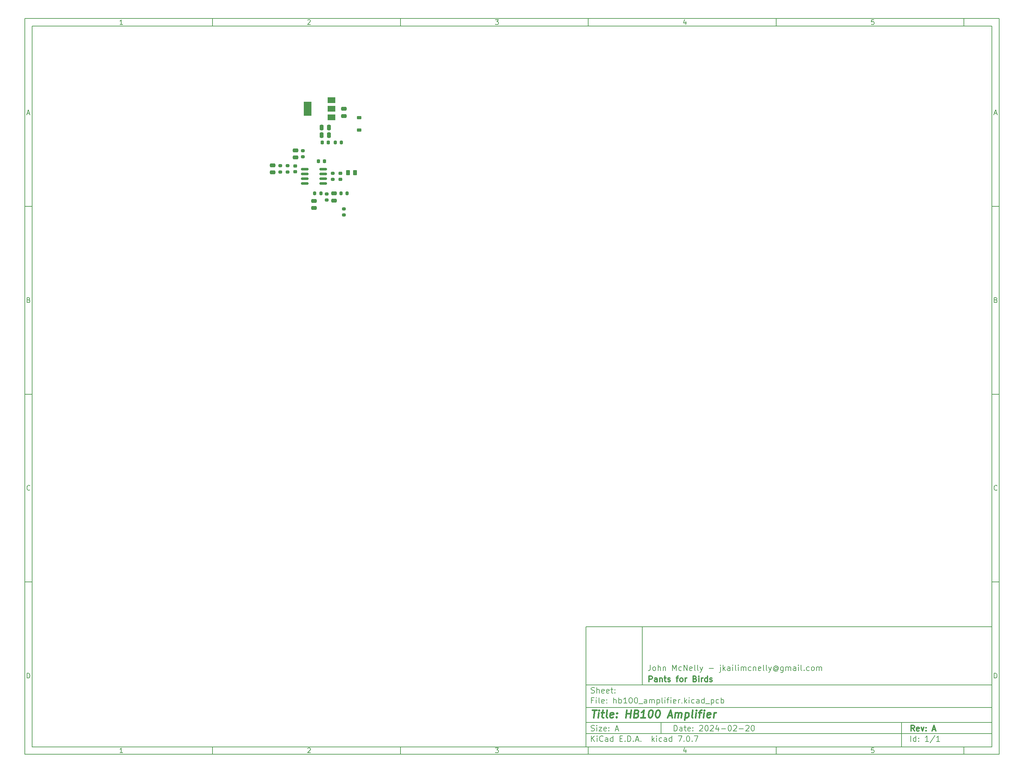
<source format=gbr>
%TF.GenerationSoftware,KiCad,Pcbnew,7.0.7*%
%TF.CreationDate,2024-02-20T22:27:51-08:00*%
%TF.ProjectId,hb100_amplifier,68623130-305f-4616-9d70-6c6966696572,A*%
%TF.SameCoordinates,PX42c1d80PY1c9c380*%
%TF.FileFunction,Paste,Top*%
%TF.FilePolarity,Positive*%
%FSLAX46Y46*%
G04 Gerber Fmt 4.6, Leading zero omitted, Abs format (unit mm)*
G04 Created by KiCad (PCBNEW 7.0.7) date 2024-02-20 22:27:51*
%MOMM*%
%LPD*%
G01*
G04 APERTURE LIST*
G04 Aperture macros list*
%AMRoundRect*
0 Rectangle with rounded corners*
0 $1 Rounding radius*
0 $2 $3 $4 $5 $6 $7 $8 $9 X,Y pos of 4 corners*
0 Add a 4 corners polygon primitive as box body*
4,1,4,$2,$3,$4,$5,$6,$7,$8,$9,$2,$3,0*
0 Add four circle primitives for the rounded corners*
1,1,$1+$1,$2,$3*
1,1,$1+$1,$4,$5*
1,1,$1+$1,$6,$7*
1,1,$1+$1,$8,$9*
0 Add four rect primitives between the rounded corners*
20,1,$1+$1,$2,$3,$4,$5,0*
20,1,$1+$1,$4,$5,$6,$7,0*
20,1,$1+$1,$6,$7,$8,$9,0*
20,1,$1+$1,$8,$9,$2,$3,0*%
G04 Aperture macros list end*
%ADD10C,0.100000*%
%ADD11C,0.150000*%
%ADD12C,0.300000*%
%ADD13C,0.400000*%
%ADD14RoundRect,0.250000X-0.262500X-0.450000X0.262500X-0.450000X0.262500X0.450000X-0.262500X0.450000X0*%
%ADD15RoundRect,0.225000X-0.375000X0.225000X-0.375000X-0.225000X0.375000X-0.225000X0.375000X0.225000X0*%
%ADD16RoundRect,0.200000X0.275000X-0.200000X0.275000X0.200000X-0.275000X0.200000X-0.275000X-0.200000X0*%
%ADD17RoundRect,0.250000X-0.250000X-0.475000X0.250000X-0.475000X0.250000X0.475000X-0.250000X0.475000X0*%
%ADD18RoundRect,0.200000X0.200000X0.275000X-0.200000X0.275000X-0.200000X-0.275000X0.200000X-0.275000X0*%
%ADD19RoundRect,0.250000X-0.475000X0.250000X-0.475000X-0.250000X0.475000X-0.250000X0.475000X0.250000X0*%
%ADD20RoundRect,0.250000X0.475000X-0.250000X0.475000X0.250000X-0.475000X0.250000X-0.475000X-0.250000X0*%
%ADD21RoundRect,0.200000X-0.275000X0.200000X-0.275000X-0.200000X0.275000X-0.200000X0.275000X0.200000X0*%
%ADD22RoundRect,0.200000X-0.200000X-0.275000X0.200000X-0.275000X0.200000X0.275000X-0.200000X0.275000X0*%
%ADD23RoundRect,0.225000X0.225000X0.250000X-0.225000X0.250000X-0.225000X-0.250000X0.225000X-0.250000X0*%
%ADD24RoundRect,0.218750X0.218750X0.256250X-0.218750X0.256250X-0.218750X-0.256250X0.218750X-0.256250X0*%
%ADD25RoundRect,0.150000X-0.825000X-0.150000X0.825000X-0.150000X0.825000X0.150000X-0.825000X0.150000X0*%
%ADD26RoundRect,0.225000X0.250000X-0.225000X0.250000X0.225000X-0.250000X0.225000X-0.250000X-0.225000X0*%
%ADD27R,2.000000X1.500000*%
%ADD28R,2.000000X3.800000*%
G04 APERTURE END LIST*
D10*
D11*
X89400000Y-141900000D02*
X197400000Y-141900000D01*
X197400000Y-173900000D01*
X89400000Y-173900000D01*
X89400000Y-141900000D01*
D10*
D11*
X-60000000Y20000000D02*
X199400000Y20000000D01*
X199400000Y-175900000D01*
X-60000000Y-175900000D01*
X-60000000Y20000000D01*
D10*
D11*
X-58000000Y18000000D02*
X197400000Y18000000D01*
X197400000Y-173900000D01*
X-58000000Y-173900000D01*
X-58000000Y18000000D01*
D10*
D11*
X-10000000Y18000000D02*
X-10000000Y20000000D01*
D10*
D11*
X40000000Y18000000D02*
X40000000Y20000000D01*
D10*
D11*
X90000000Y18000000D02*
X90000000Y20000000D01*
D10*
D11*
X140000000Y18000000D02*
X140000000Y20000000D01*
D10*
D11*
X190000000Y18000000D02*
X190000000Y20000000D01*
D10*
D11*
X-33910840Y18406396D02*
X-34653697Y18406396D01*
X-34282269Y18406396D02*
X-34282269Y19706396D01*
X-34282269Y19706396D02*
X-34406078Y19520681D01*
X-34406078Y19520681D02*
X-34529888Y19396872D01*
X-34529888Y19396872D02*
X-34653697Y19334967D01*
D10*
D11*
X15346303Y19582586D02*
X15408207Y19644491D01*
X15408207Y19644491D02*
X15532017Y19706396D01*
X15532017Y19706396D02*
X15841541Y19706396D01*
X15841541Y19706396D02*
X15965350Y19644491D01*
X15965350Y19644491D02*
X16027255Y19582586D01*
X16027255Y19582586D02*
X16089160Y19458777D01*
X16089160Y19458777D02*
X16089160Y19334967D01*
X16089160Y19334967D02*
X16027255Y19149253D01*
X16027255Y19149253D02*
X15284398Y18406396D01*
X15284398Y18406396D02*
X16089160Y18406396D01*
D10*
D11*
X65284398Y19706396D02*
X66089160Y19706396D01*
X66089160Y19706396D02*
X65655826Y19211158D01*
X65655826Y19211158D02*
X65841541Y19211158D01*
X65841541Y19211158D02*
X65965350Y19149253D01*
X65965350Y19149253D02*
X66027255Y19087348D01*
X66027255Y19087348D02*
X66089160Y18963539D01*
X66089160Y18963539D02*
X66089160Y18654015D01*
X66089160Y18654015D02*
X66027255Y18530205D01*
X66027255Y18530205D02*
X65965350Y18468300D01*
X65965350Y18468300D02*
X65841541Y18406396D01*
X65841541Y18406396D02*
X65470112Y18406396D01*
X65470112Y18406396D02*
X65346303Y18468300D01*
X65346303Y18468300D02*
X65284398Y18530205D01*
D10*
D11*
X115965350Y19273062D02*
X115965350Y18406396D01*
X115655826Y19768300D02*
X115346303Y18839729D01*
X115346303Y18839729D02*
X116151064Y18839729D01*
D10*
D11*
X166027255Y19706396D02*
X165408207Y19706396D01*
X165408207Y19706396D02*
X165346303Y19087348D01*
X165346303Y19087348D02*
X165408207Y19149253D01*
X165408207Y19149253D02*
X165532017Y19211158D01*
X165532017Y19211158D02*
X165841541Y19211158D01*
X165841541Y19211158D02*
X165965350Y19149253D01*
X165965350Y19149253D02*
X166027255Y19087348D01*
X166027255Y19087348D02*
X166089160Y18963539D01*
X166089160Y18963539D02*
X166089160Y18654015D01*
X166089160Y18654015D02*
X166027255Y18530205D01*
X166027255Y18530205D02*
X165965350Y18468300D01*
X165965350Y18468300D02*
X165841541Y18406396D01*
X165841541Y18406396D02*
X165532017Y18406396D01*
X165532017Y18406396D02*
X165408207Y18468300D01*
X165408207Y18468300D02*
X165346303Y18530205D01*
D10*
D11*
X-10000000Y-173900000D02*
X-10000000Y-175900000D01*
D10*
D11*
X40000000Y-173900000D02*
X40000000Y-175900000D01*
D10*
D11*
X90000000Y-173900000D02*
X90000000Y-175900000D01*
D10*
D11*
X140000000Y-173900000D02*
X140000000Y-175900000D01*
D10*
D11*
X190000000Y-173900000D02*
X190000000Y-175900000D01*
D10*
D11*
X-33910840Y-175493604D02*
X-34653697Y-175493604D01*
X-34282269Y-175493604D02*
X-34282269Y-174193604D01*
X-34282269Y-174193604D02*
X-34406078Y-174379319D01*
X-34406078Y-174379319D02*
X-34529888Y-174503128D01*
X-34529888Y-174503128D02*
X-34653697Y-174565033D01*
D10*
D11*
X15346303Y-174317414D02*
X15408207Y-174255509D01*
X15408207Y-174255509D02*
X15532017Y-174193604D01*
X15532017Y-174193604D02*
X15841541Y-174193604D01*
X15841541Y-174193604D02*
X15965350Y-174255509D01*
X15965350Y-174255509D02*
X16027255Y-174317414D01*
X16027255Y-174317414D02*
X16089160Y-174441223D01*
X16089160Y-174441223D02*
X16089160Y-174565033D01*
X16089160Y-174565033D02*
X16027255Y-174750747D01*
X16027255Y-174750747D02*
X15284398Y-175493604D01*
X15284398Y-175493604D02*
X16089160Y-175493604D01*
D10*
D11*
X65284398Y-174193604D02*
X66089160Y-174193604D01*
X66089160Y-174193604D02*
X65655826Y-174688842D01*
X65655826Y-174688842D02*
X65841541Y-174688842D01*
X65841541Y-174688842D02*
X65965350Y-174750747D01*
X65965350Y-174750747D02*
X66027255Y-174812652D01*
X66027255Y-174812652D02*
X66089160Y-174936461D01*
X66089160Y-174936461D02*
X66089160Y-175245985D01*
X66089160Y-175245985D02*
X66027255Y-175369795D01*
X66027255Y-175369795D02*
X65965350Y-175431700D01*
X65965350Y-175431700D02*
X65841541Y-175493604D01*
X65841541Y-175493604D02*
X65470112Y-175493604D01*
X65470112Y-175493604D02*
X65346303Y-175431700D01*
X65346303Y-175431700D02*
X65284398Y-175369795D01*
D10*
D11*
X115965350Y-174626938D02*
X115965350Y-175493604D01*
X115655826Y-174131700D02*
X115346303Y-175060271D01*
X115346303Y-175060271D02*
X116151064Y-175060271D01*
D10*
D11*
X166027255Y-174193604D02*
X165408207Y-174193604D01*
X165408207Y-174193604D02*
X165346303Y-174812652D01*
X165346303Y-174812652D02*
X165408207Y-174750747D01*
X165408207Y-174750747D02*
X165532017Y-174688842D01*
X165532017Y-174688842D02*
X165841541Y-174688842D01*
X165841541Y-174688842D02*
X165965350Y-174750747D01*
X165965350Y-174750747D02*
X166027255Y-174812652D01*
X166027255Y-174812652D02*
X166089160Y-174936461D01*
X166089160Y-174936461D02*
X166089160Y-175245985D01*
X166089160Y-175245985D02*
X166027255Y-175369795D01*
X166027255Y-175369795D02*
X165965350Y-175431700D01*
X165965350Y-175431700D02*
X165841541Y-175493604D01*
X165841541Y-175493604D02*
X165532017Y-175493604D01*
X165532017Y-175493604D02*
X165408207Y-175431700D01*
X165408207Y-175431700D02*
X165346303Y-175369795D01*
D10*
D11*
X-60000000Y-30000000D02*
X-58000000Y-30000000D01*
D10*
D11*
X-60000000Y-80000000D02*
X-58000000Y-80000000D01*
D10*
D11*
X-60000000Y-130000000D02*
X-58000000Y-130000000D01*
D10*
D11*
X-59309524Y-5222176D02*
X-58690477Y-5222176D01*
X-59433334Y-5593604D02*
X-59000001Y-4293604D01*
X-59000001Y-4293604D02*
X-58566667Y-5593604D01*
D10*
D11*
X-58907143Y-54912652D02*
X-58721429Y-54974557D01*
X-58721429Y-54974557D02*
X-58659524Y-55036461D01*
X-58659524Y-55036461D02*
X-58597620Y-55160271D01*
X-58597620Y-55160271D02*
X-58597620Y-55345985D01*
X-58597620Y-55345985D02*
X-58659524Y-55469795D01*
X-58659524Y-55469795D02*
X-58721429Y-55531700D01*
X-58721429Y-55531700D02*
X-58845239Y-55593604D01*
X-58845239Y-55593604D02*
X-59340477Y-55593604D01*
X-59340477Y-55593604D02*
X-59340477Y-54293604D01*
X-59340477Y-54293604D02*
X-58907143Y-54293604D01*
X-58907143Y-54293604D02*
X-58783334Y-54355509D01*
X-58783334Y-54355509D02*
X-58721429Y-54417414D01*
X-58721429Y-54417414D02*
X-58659524Y-54541223D01*
X-58659524Y-54541223D02*
X-58659524Y-54665033D01*
X-58659524Y-54665033D02*
X-58721429Y-54788842D01*
X-58721429Y-54788842D02*
X-58783334Y-54850747D01*
X-58783334Y-54850747D02*
X-58907143Y-54912652D01*
X-58907143Y-54912652D02*
X-59340477Y-54912652D01*
D10*
D11*
X-58597620Y-105469795D02*
X-58659524Y-105531700D01*
X-58659524Y-105531700D02*
X-58845239Y-105593604D01*
X-58845239Y-105593604D02*
X-58969048Y-105593604D01*
X-58969048Y-105593604D02*
X-59154762Y-105531700D01*
X-59154762Y-105531700D02*
X-59278572Y-105407890D01*
X-59278572Y-105407890D02*
X-59340477Y-105284080D01*
X-59340477Y-105284080D02*
X-59402381Y-105036461D01*
X-59402381Y-105036461D02*
X-59402381Y-104850747D01*
X-59402381Y-104850747D02*
X-59340477Y-104603128D01*
X-59340477Y-104603128D02*
X-59278572Y-104479319D01*
X-59278572Y-104479319D02*
X-59154762Y-104355509D01*
X-59154762Y-104355509D02*
X-58969048Y-104293604D01*
X-58969048Y-104293604D02*
X-58845239Y-104293604D01*
X-58845239Y-104293604D02*
X-58659524Y-104355509D01*
X-58659524Y-104355509D02*
X-58597620Y-104417414D01*
D10*
D11*
X-59340477Y-155593604D02*
X-59340477Y-154293604D01*
X-59340477Y-154293604D02*
X-59030953Y-154293604D01*
X-59030953Y-154293604D02*
X-58845239Y-154355509D01*
X-58845239Y-154355509D02*
X-58721429Y-154479319D01*
X-58721429Y-154479319D02*
X-58659524Y-154603128D01*
X-58659524Y-154603128D02*
X-58597620Y-154850747D01*
X-58597620Y-154850747D02*
X-58597620Y-155036461D01*
X-58597620Y-155036461D02*
X-58659524Y-155284080D01*
X-58659524Y-155284080D02*
X-58721429Y-155407890D01*
X-58721429Y-155407890D02*
X-58845239Y-155531700D01*
X-58845239Y-155531700D02*
X-59030953Y-155593604D01*
X-59030953Y-155593604D02*
X-59340477Y-155593604D01*
D10*
D11*
X199400000Y-30000000D02*
X197400000Y-30000000D01*
D10*
D11*
X199400000Y-80000000D02*
X197400000Y-80000000D01*
D10*
D11*
X199400000Y-130000000D02*
X197400000Y-130000000D01*
D10*
D11*
X198090476Y-5222176D02*
X198709523Y-5222176D01*
X197966666Y-5593604D02*
X198399999Y-4293604D01*
X198399999Y-4293604D02*
X198833333Y-5593604D01*
D10*
D11*
X198492857Y-54912652D02*
X198678571Y-54974557D01*
X198678571Y-54974557D02*
X198740476Y-55036461D01*
X198740476Y-55036461D02*
X198802380Y-55160271D01*
X198802380Y-55160271D02*
X198802380Y-55345985D01*
X198802380Y-55345985D02*
X198740476Y-55469795D01*
X198740476Y-55469795D02*
X198678571Y-55531700D01*
X198678571Y-55531700D02*
X198554761Y-55593604D01*
X198554761Y-55593604D02*
X198059523Y-55593604D01*
X198059523Y-55593604D02*
X198059523Y-54293604D01*
X198059523Y-54293604D02*
X198492857Y-54293604D01*
X198492857Y-54293604D02*
X198616666Y-54355509D01*
X198616666Y-54355509D02*
X198678571Y-54417414D01*
X198678571Y-54417414D02*
X198740476Y-54541223D01*
X198740476Y-54541223D02*
X198740476Y-54665033D01*
X198740476Y-54665033D02*
X198678571Y-54788842D01*
X198678571Y-54788842D02*
X198616666Y-54850747D01*
X198616666Y-54850747D02*
X198492857Y-54912652D01*
X198492857Y-54912652D02*
X198059523Y-54912652D01*
D10*
D11*
X198802380Y-105469795D02*
X198740476Y-105531700D01*
X198740476Y-105531700D02*
X198554761Y-105593604D01*
X198554761Y-105593604D02*
X198430952Y-105593604D01*
X198430952Y-105593604D02*
X198245238Y-105531700D01*
X198245238Y-105531700D02*
X198121428Y-105407890D01*
X198121428Y-105407890D02*
X198059523Y-105284080D01*
X198059523Y-105284080D02*
X197997619Y-105036461D01*
X197997619Y-105036461D02*
X197997619Y-104850747D01*
X197997619Y-104850747D02*
X198059523Y-104603128D01*
X198059523Y-104603128D02*
X198121428Y-104479319D01*
X198121428Y-104479319D02*
X198245238Y-104355509D01*
X198245238Y-104355509D02*
X198430952Y-104293604D01*
X198430952Y-104293604D02*
X198554761Y-104293604D01*
X198554761Y-104293604D02*
X198740476Y-104355509D01*
X198740476Y-104355509D02*
X198802380Y-104417414D01*
D10*
D11*
X198059523Y-155593604D02*
X198059523Y-154293604D01*
X198059523Y-154293604D02*
X198369047Y-154293604D01*
X198369047Y-154293604D02*
X198554761Y-154355509D01*
X198554761Y-154355509D02*
X198678571Y-154479319D01*
X198678571Y-154479319D02*
X198740476Y-154603128D01*
X198740476Y-154603128D02*
X198802380Y-154850747D01*
X198802380Y-154850747D02*
X198802380Y-155036461D01*
X198802380Y-155036461D02*
X198740476Y-155284080D01*
X198740476Y-155284080D02*
X198678571Y-155407890D01*
X198678571Y-155407890D02*
X198554761Y-155531700D01*
X198554761Y-155531700D02*
X198369047Y-155593604D01*
X198369047Y-155593604D02*
X198059523Y-155593604D01*
D10*
D11*
X112855826Y-169686128D02*
X112855826Y-168186128D01*
X112855826Y-168186128D02*
X113212969Y-168186128D01*
X113212969Y-168186128D02*
X113427255Y-168257557D01*
X113427255Y-168257557D02*
X113570112Y-168400414D01*
X113570112Y-168400414D02*
X113641541Y-168543271D01*
X113641541Y-168543271D02*
X113712969Y-168828985D01*
X113712969Y-168828985D02*
X113712969Y-169043271D01*
X113712969Y-169043271D02*
X113641541Y-169328985D01*
X113641541Y-169328985D02*
X113570112Y-169471842D01*
X113570112Y-169471842D02*
X113427255Y-169614700D01*
X113427255Y-169614700D02*
X113212969Y-169686128D01*
X113212969Y-169686128D02*
X112855826Y-169686128D01*
X114998684Y-169686128D02*
X114998684Y-168900414D01*
X114998684Y-168900414D02*
X114927255Y-168757557D01*
X114927255Y-168757557D02*
X114784398Y-168686128D01*
X114784398Y-168686128D02*
X114498684Y-168686128D01*
X114498684Y-168686128D02*
X114355826Y-168757557D01*
X114998684Y-169614700D02*
X114855826Y-169686128D01*
X114855826Y-169686128D02*
X114498684Y-169686128D01*
X114498684Y-169686128D02*
X114355826Y-169614700D01*
X114355826Y-169614700D02*
X114284398Y-169471842D01*
X114284398Y-169471842D02*
X114284398Y-169328985D01*
X114284398Y-169328985D02*
X114355826Y-169186128D01*
X114355826Y-169186128D02*
X114498684Y-169114700D01*
X114498684Y-169114700D02*
X114855826Y-169114700D01*
X114855826Y-169114700D02*
X114998684Y-169043271D01*
X115498684Y-168686128D02*
X116070112Y-168686128D01*
X115712969Y-168186128D02*
X115712969Y-169471842D01*
X115712969Y-169471842D02*
X115784398Y-169614700D01*
X115784398Y-169614700D02*
X115927255Y-169686128D01*
X115927255Y-169686128D02*
X116070112Y-169686128D01*
X117141541Y-169614700D02*
X116998684Y-169686128D01*
X116998684Y-169686128D02*
X116712970Y-169686128D01*
X116712970Y-169686128D02*
X116570112Y-169614700D01*
X116570112Y-169614700D02*
X116498684Y-169471842D01*
X116498684Y-169471842D02*
X116498684Y-168900414D01*
X116498684Y-168900414D02*
X116570112Y-168757557D01*
X116570112Y-168757557D02*
X116712970Y-168686128D01*
X116712970Y-168686128D02*
X116998684Y-168686128D01*
X116998684Y-168686128D02*
X117141541Y-168757557D01*
X117141541Y-168757557D02*
X117212970Y-168900414D01*
X117212970Y-168900414D02*
X117212970Y-169043271D01*
X117212970Y-169043271D02*
X116498684Y-169186128D01*
X117855826Y-169543271D02*
X117927255Y-169614700D01*
X117927255Y-169614700D02*
X117855826Y-169686128D01*
X117855826Y-169686128D02*
X117784398Y-169614700D01*
X117784398Y-169614700D02*
X117855826Y-169543271D01*
X117855826Y-169543271D02*
X117855826Y-169686128D01*
X117855826Y-168757557D02*
X117927255Y-168828985D01*
X117927255Y-168828985D02*
X117855826Y-168900414D01*
X117855826Y-168900414D02*
X117784398Y-168828985D01*
X117784398Y-168828985D02*
X117855826Y-168757557D01*
X117855826Y-168757557D02*
X117855826Y-168900414D01*
X119641541Y-168328985D02*
X119712969Y-168257557D01*
X119712969Y-168257557D02*
X119855827Y-168186128D01*
X119855827Y-168186128D02*
X120212969Y-168186128D01*
X120212969Y-168186128D02*
X120355827Y-168257557D01*
X120355827Y-168257557D02*
X120427255Y-168328985D01*
X120427255Y-168328985D02*
X120498684Y-168471842D01*
X120498684Y-168471842D02*
X120498684Y-168614700D01*
X120498684Y-168614700D02*
X120427255Y-168828985D01*
X120427255Y-168828985D02*
X119570112Y-169686128D01*
X119570112Y-169686128D02*
X120498684Y-169686128D01*
X121427255Y-168186128D02*
X121570112Y-168186128D01*
X121570112Y-168186128D02*
X121712969Y-168257557D01*
X121712969Y-168257557D02*
X121784398Y-168328985D01*
X121784398Y-168328985D02*
X121855826Y-168471842D01*
X121855826Y-168471842D02*
X121927255Y-168757557D01*
X121927255Y-168757557D02*
X121927255Y-169114700D01*
X121927255Y-169114700D02*
X121855826Y-169400414D01*
X121855826Y-169400414D02*
X121784398Y-169543271D01*
X121784398Y-169543271D02*
X121712969Y-169614700D01*
X121712969Y-169614700D02*
X121570112Y-169686128D01*
X121570112Y-169686128D02*
X121427255Y-169686128D01*
X121427255Y-169686128D02*
X121284398Y-169614700D01*
X121284398Y-169614700D02*
X121212969Y-169543271D01*
X121212969Y-169543271D02*
X121141540Y-169400414D01*
X121141540Y-169400414D02*
X121070112Y-169114700D01*
X121070112Y-169114700D02*
X121070112Y-168757557D01*
X121070112Y-168757557D02*
X121141540Y-168471842D01*
X121141540Y-168471842D02*
X121212969Y-168328985D01*
X121212969Y-168328985D02*
X121284398Y-168257557D01*
X121284398Y-168257557D02*
X121427255Y-168186128D01*
X122498683Y-168328985D02*
X122570111Y-168257557D01*
X122570111Y-168257557D02*
X122712969Y-168186128D01*
X122712969Y-168186128D02*
X123070111Y-168186128D01*
X123070111Y-168186128D02*
X123212969Y-168257557D01*
X123212969Y-168257557D02*
X123284397Y-168328985D01*
X123284397Y-168328985D02*
X123355826Y-168471842D01*
X123355826Y-168471842D02*
X123355826Y-168614700D01*
X123355826Y-168614700D02*
X123284397Y-168828985D01*
X123284397Y-168828985D02*
X122427254Y-169686128D01*
X122427254Y-169686128D02*
X123355826Y-169686128D01*
X124641540Y-168686128D02*
X124641540Y-169686128D01*
X124284397Y-168114700D02*
X123927254Y-169186128D01*
X123927254Y-169186128D02*
X124855825Y-169186128D01*
X125427253Y-169114700D02*
X126570111Y-169114700D01*
X127570111Y-168186128D02*
X127712968Y-168186128D01*
X127712968Y-168186128D02*
X127855825Y-168257557D01*
X127855825Y-168257557D02*
X127927254Y-168328985D01*
X127927254Y-168328985D02*
X127998682Y-168471842D01*
X127998682Y-168471842D02*
X128070111Y-168757557D01*
X128070111Y-168757557D02*
X128070111Y-169114700D01*
X128070111Y-169114700D02*
X127998682Y-169400414D01*
X127998682Y-169400414D02*
X127927254Y-169543271D01*
X127927254Y-169543271D02*
X127855825Y-169614700D01*
X127855825Y-169614700D02*
X127712968Y-169686128D01*
X127712968Y-169686128D02*
X127570111Y-169686128D01*
X127570111Y-169686128D02*
X127427254Y-169614700D01*
X127427254Y-169614700D02*
X127355825Y-169543271D01*
X127355825Y-169543271D02*
X127284396Y-169400414D01*
X127284396Y-169400414D02*
X127212968Y-169114700D01*
X127212968Y-169114700D02*
X127212968Y-168757557D01*
X127212968Y-168757557D02*
X127284396Y-168471842D01*
X127284396Y-168471842D02*
X127355825Y-168328985D01*
X127355825Y-168328985D02*
X127427254Y-168257557D01*
X127427254Y-168257557D02*
X127570111Y-168186128D01*
X128641539Y-168328985D02*
X128712967Y-168257557D01*
X128712967Y-168257557D02*
X128855825Y-168186128D01*
X128855825Y-168186128D02*
X129212967Y-168186128D01*
X129212967Y-168186128D02*
X129355825Y-168257557D01*
X129355825Y-168257557D02*
X129427253Y-168328985D01*
X129427253Y-168328985D02*
X129498682Y-168471842D01*
X129498682Y-168471842D02*
X129498682Y-168614700D01*
X129498682Y-168614700D02*
X129427253Y-168828985D01*
X129427253Y-168828985D02*
X128570110Y-169686128D01*
X128570110Y-169686128D02*
X129498682Y-169686128D01*
X130141538Y-169114700D02*
X131284396Y-169114700D01*
X131927253Y-168328985D02*
X131998681Y-168257557D01*
X131998681Y-168257557D02*
X132141539Y-168186128D01*
X132141539Y-168186128D02*
X132498681Y-168186128D01*
X132498681Y-168186128D02*
X132641539Y-168257557D01*
X132641539Y-168257557D02*
X132712967Y-168328985D01*
X132712967Y-168328985D02*
X132784396Y-168471842D01*
X132784396Y-168471842D02*
X132784396Y-168614700D01*
X132784396Y-168614700D02*
X132712967Y-168828985D01*
X132712967Y-168828985D02*
X131855824Y-169686128D01*
X131855824Y-169686128D02*
X132784396Y-169686128D01*
X133712967Y-168186128D02*
X133855824Y-168186128D01*
X133855824Y-168186128D02*
X133998681Y-168257557D01*
X133998681Y-168257557D02*
X134070110Y-168328985D01*
X134070110Y-168328985D02*
X134141538Y-168471842D01*
X134141538Y-168471842D02*
X134212967Y-168757557D01*
X134212967Y-168757557D02*
X134212967Y-169114700D01*
X134212967Y-169114700D02*
X134141538Y-169400414D01*
X134141538Y-169400414D02*
X134070110Y-169543271D01*
X134070110Y-169543271D02*
X133998681Y-169614700D01*
X133998681Y-169614700D02*
X133855824Y-169686128D01*
X133855824Y-169686128D02*
X133712967Y-169686128D01*
X133712967Y-169686128D02*
X133570110Y-169614700D01*
X133570110Y-169614700D02*
X133498681Y-169543271D01*
X133498681Y-169543271D02*
X133427252Y-169400414D01*
X133427252Y-169400414D02*
X133355824Y-169114700D01*
X133355824Y-169114700D02*
X133355824Y-168757557D01*
X133355824Y-168757557D02*
X133427252Y-168471842D01*
X133427252Y-168471842D02*
X133498681Y-168328985D01*
X133498681Y-168328985D02*
X133570110Y-168257557D01*
X133570110Y-168257557D02*
X133712967Y-168186128D01*
D10*
D11*
X89400000Y-170400000D02*
X197400000Y-170400000D01*
D10*
D11*
X90855826Y-172486128D02*
X90855826Y-170986128D01*
X91712969Y-172486128D02*
X91070112Y-171628985D01*
X91712969Y-170986128D02*
X90855826Y-171843271D01*
X92355826Y-172486128D02*
X92355826Y-171486128D01*
X92355826Y-170986128D02*
X92284398Y-171057557D01*
X92284398Y-171057557D02*
X92355826Y-171128985D01*
X92355826Y-171128985D02*
X92427255Y-171057557D01*
X92427255Y-171057557D02*
X92355826Y-170986128D01*
X92355826Y-170986128D02*
X92355826Y-171128985D01*
X93927255Y-172343271D02*
X93855827Y-172414700D01*
X93855827Y-172414700D02*
X93641541Y-172486128D01*
X93641541Y-172486128D02*
X93498684Y-172486128D01*
X93498684Y-172486128D02*
X93284398Y-172414700D01*
X93284398Y-172414700D02*
X93141541Y-172271842D01*
X93141541Y-172271842D02*
X93070112Y-172128985D01*
X93070112Y-172128985D02*
X92998684Y-171843271D01*
X92998684Y-171843271D02*
X92998684Y-171628985D01*
X92998684Y-171628985D02*
X93070112Y-171343271D01*
X93070112Y-171343271D02*
X93141541Y-171200414D01*
X93141541Y-171200414D02*
X93284398Y-171057557D01*
X93284398Y-171057557D02*
X93498684Y-170986128D01*
X93498684Y-170986128D02*
X93641541Y-170986128D01*
X93641541Y-170986128D02*
X93855827Y-171057557D01*
X93855827Y-171057557D02*
X93927255Y-171128985D01*
X95212970Y-172486128D02*
X95212970Y-171700414D01*
X95212970Y-171700414D02*
X95141541Y-171557557D01*
X95141541Y-171557557D02*
X94998684Y-171486128D01*
X94998684Y-171486128D02*
X94712970Y-171486128D01*
X94712970Y-171486128D02*
X94570112Y-171557557D01*
X95212970Y-172414700D02*
X95070112Y-172486128D01*
X95070112Y-172486128D02*
X94712970Y-172486128D01*
X94712970Y-172486128D02*
X94570112Y-172414700D01*
X94570112Y-172414700D02*
X94498684Y-172271842D01*
X94498684Y-172271842D02*
X94498684Y-172128985D01*
X94498684Y-172128985D02*
X94570112Y-171986128D01*
X94570112Y-171986128D02*
X94712970Y-171914700D01*
X94712970Y-171914700D02*
X95070112Y-171914700D01*
X95070112Y-171914700D02*
X95212970Y-171843271D01*
X96570113Y-172486128D02*
X96570113Y-170986128D01*
X96570113Y-172414700D02*
X96427255Y-172486128D01*
X96427255Y-172486128D02*
X96141541Y-172486128D01*
X96141541Y-172486128D02*
X95998684Y-172414700D01*
X95998684Y-172414700D02*
X95927255Y-172343271D01*
X95927255Y-172343271D02*
X95855827Y-172200414D01*
X95855827Y-172200414D02*
X95855827Y-171771842D01*
X95855827Y-171771842D02*
X95927255Y-171628985D01*
X95927255Y-171628985D02*
X95998684Y-171557557D01*
X95998684Y-171557557D02*
X96141541Y-171486128D01*
X96141541Y-171486128D02*
X96427255Y-171486128D01*
X96427255Y-171486128D02*
X96570113Y-171557557D01*
X98427255Y-171700414D02*
X98927255Y-171700414D01*
X99141541Y-172486128D02*
X98427255Y-172486128D01*
X98427255Y-172486128D02*
X98427255Y-170986128D01*
X98427255Y-170986128D02*
X99141541Y-170986128D01*
X99784398Y-172343271D02*
X99855827Y-172414700D01*
X99855827Y-172414700D02*
X99784398Y-172486128D01*
X99784398Y-172486128D02*
X99712970Y-172414700D01*
X99712970Y-172414700D02*
X99784398Y-172343271D01*
X99784398Y-172343271D02*
X99784398Y-172486128D01*
X100498684Y-172486128D02*
X100498684Y-170986128D01*
X100498684Y-170986128D02*
X100855827Y-170986128D01*
X100855827Y-170986128D02*
X101070113Y-171057557D01*
X101070113Y-171057557D02*
X101212970Y-171200414D01*
X101212970Y-171200414D02*
X101284399Y-171343271D01*
X101284399Y-171343271D02*
X101355827Y-171628985D01*
X101355827Y-171628985D02*
X101355827Y-171843271D01*
X101355827Y-171843271D02*
X101284399Y-172128985D01*
X101284399Y-172128985D02*
X101212970Y-172271842D01*
X101212970Y-172271842D02*
X101070113Y-172414700D01*
X101070113Y-172414700D02*
X100855827Y-172486128D01*
X100855827Y-172486128D02*
X100498684Y-172486128D01*
X101998684Y-172343271D02*
X102070113Y-172414700D01*
X102070113Y-172414700D02*
X101998684Y-172486128D01*
X101998684Y-172486128D02*
X101927256Y-172414700D01*
X101927256Y-172414700D02*
X101998684Y-172343271D01*
X101998684Y-172343271D02*
X101998684Y-172486128D01*
X102641542Y-172057557D02*
X103355828Y-172057557D01*
X102498685Y-172486128D02*
X102998685Y-170986128D01*
X102998685Y-170986128D02*
X103498685Y-172486128D01*
X103998684Y-172343271D02*
X104070113Y-172414700D01*
X104070113Y-172414700D02*
X103998684Y-172486128D01*
X103998684Y-172486128D02*
X103927256Y-172414700D01*
X103927256Y-172414700D02*
X103998684Y-172343271D01*
X103998684Y-172343271D02*
X103998684Y-172486128D01*
X106998684Y-172486128D02*
X106998684Y-170986128D01*
X107141542Y-171914700D02*
X107570113Y-172486128D01*
X107570113Y-171486128D02*
X106998684Y-172057557D01*
X108212970Y-172486128D02*
X108212970Y-171486128D01*
X108212970Y-170986128D02*
X108141542Y-171057557D01*
X108141542Y-171057557D02*
X108212970Y-171128985D01*
X108212970Y-171128985D02*
X108284399Y-171057557D01*
X108284399Y-171057557D02*
X108212970Y-170986128D01*
X108212970Y-170986128D02*
X108212970Y-171128985D01*
X109570114Y-172414700D02*
X109427256Y-172486128D01*
X109427256Y-172486128D02*
X109141542Y-172486128D01*
X109141542Y-172486128D02*
X108998685Y-172414700D01*
X108998685Y-172414700D02*
X108927256Y-172343271D01*
X108927256Y-172343271D02*
X108855828Y-172200414D01*
X108855828Y-172200414D02*
X108855828Y-171771842D01*
X108855828Y-171771842D02*
X108927256Y-171628985D01*
X108927256Y-171628985D02*
X108998685Y-171557557D01*
X108998685Y-171557557D02*
X109141542Y-171486128D01*
X109141542Y-171486128D02*
X109427256Y-171486128D01*
X109427256Y-171486128D02*
X109570114Y-171557557D01*
X110855828Y-172486128D02*
X110855828Y-171700414D01*
X110855828Y-171700414D02*
X110784399Y-171557557D01*
X110784399Y-171557557D02*
X110641542Y-171486128D01*
X110641542Y-171486128D02*
X110355828Y-171486128D01*
X110355828Y-171486128D02*
X110212970Y-171557557D01*
X110855828Y-172414700D02*
X110712970Y-172486128D01*
X110712970Y-172486128D02*
X110355828Y-172486128D01*
X110355828Y-172486128D02*
X110212970Y-172414700D01*
X110212970Y-172414700D02*
X110141542Y-172271842D01*
X110141542Y-172271842D02*
X110141542Y-172128985D01*
X110141542Y-172128985D02*
X110212970Y-171986128D01*
X110212970Y-171986128D02*
X110355828Y-171914700D01*
X110355828Y-171914700D02*
X110712970Y-171914700D01*
X110712970Y-171914700D02*
X110855828Y-171843271D01*
X112212971Y-172486128D02*
X112212971Y-170986128D01*
X112212971Y-172414700D02*
X112070113Y-172486128D01*
X112070113Y-172486128D02*
X111784399Y-172486128D01*
X111784399Y-172486128D02*
X111641542Y-172414700D01*
X111641542Y-172414700D02*
X111570113Y-172343271D01*
X111570113Y-172343271D02*
X111498685Y-172200414D01*
X111498685Y-172200414D02*
X111498685Y-171771842D01*
X111498685Y-171771842D02*
X111570113Y-171628985D01*
X111570113Y-171628985D02*
X111641542Y-171557557D01*
X111641542Y-171557557D02*
X111784399Y-171486128D01*
X111784399Y-171486128D02*
X112070113Y-171486128D01*
X112070113Y-171486128D02*
X112212971Y-171557557D01*
X113927256Y-170986128D02*
X114927256Y-170986128D01*
X114927256Y-170986128D02*
X114284399Y-172486128D01*
X115498684Y-172343271D02*
X115570113Y-172414700D01*
X115570113Y-172414700D02*
X115498684Y-172486128D01*
X115498684Y-172486128D02*
X115427256Y-172414700D01*
X115427256Y-172414700D02*
X115498684Y-172343271D01*
X115498684Y-172343271D02*
X115498684Y-172486128D01*
X116498685Y-170986128D02*
X116641542Y-170986128D01*
X116641542Y-170986128D02*
X116784399Y-171057557D01*
X116784399Y-171057557D02*
X116855828Y-171128985D01*
X116855828Y-171128985D02*
X116927256Y-171271842D01*
X116927256Y-171271842D02*
X116998685Y-171557557D01*
X116998685Y-171557557D02*
X116998685Y-171914700D01*
X116998685Y-171914700D02*
X116927256Y-172200414D01*
X116927256Y-172200414D02*
X116855828Y-172343271D01*
X116855828Y-172343271D02*
X116784399Y-172414700D01*
X116784399Y-172414700D02*
X116641542Y-172486128D01*
X116641542Y-172486128D02*
X116498685Y-172486128D01*
X116498685Y-172486128D02*
X116355828Y-172414700D01*
X116355828Y-172414700D02*
X116284399Y-172343271D01*
X116284399Y-172343271D02*
X116212970Y-172200414D01*
X116212970Y-172200414D02*
X116141542Y-171914700D01*
X116141542Y-171914700D02*
X116141542Y-171557557D01*
X116141542Y-171557557D02*
X116212970Y-171271842D01*
X116212970Y-171271842D02*
X116284399Y-171128985D01*
X116284399Y-171128985D02*
X116355828Y-171057557D01*
X116355828Y-171057557D02*
X116498685Y-170986128D01*
X117641541Y-172343271D02*
X117712970Y-172414700D01*
X117712970Y-172414700D02*
X117641541Y-172486128D01*
X117641541Y-172486128D02*
X117570113Y-172414700D01*
X117570113Y-172414700D02*
X117641541Y-172343271D01*
X117641541Y-172343271D02*
X117641541Y-172486128D01*
X118212970Y-170986128D02*
X119212970Y-170986128D01*
X119212970Y-170986128D02*
X118570113Y-172486128D01*
D10*
D11*
X89400000Y-167400000D02*
X197400000Y-167400000D01*
D10*
D12*
X176811653Y-169678328D02*
X176311653Y-168964042D01*
X175954510Y-169678328D02*
X175954510Y-168178328D01*
X175954510Y-168178328D02*
X176525939Y-168178328D01*
X176525939Y-168178328D02*
X176668796Y-168249757D01*
X176668796Y-168249757D02*
X176740225Y-168321185D01*
X176740225Y-168321185D02*
X176811653Y-168464042D01*
X176811653Y-168464042D02*
X176811653Y-168678328D01*
X176811653Y-168678328D02*
X176740225Y-168821185D01*
X176740225Y-168821185D02*
X176668796Y-168892614D01*
X176668796Y-168892614D02*
X176525939Y-168964042D01*
X176525939Y-168964042D02*
X175954510Y-168964042D01*
X178025939Y-169606900D02*
X177883082Y-169678328D01*
X177883082Y-169678328D02*
X177597368Y-169678328D01*
X177597368Y-169678328D02*
X177454510Y-169606900D01*
X177454510Y-169606900D02*
X177383082Y-169464042D01*
X177383082Y-169464042D02*
X177383082Y-168892614D01*
X177383082Y-168892614D02*
X177454510Y-168749757D01*
X177454510Y-168749757D02*
X177597368Y-168678328D01*
X177597368Y-168678328D02*
X177883082Y-168678328D01*
X177883082Y-168678328D02*
X178025939Y-168749757D01*
X178025939Y-168749757D02*
X178097368Y-168892614D01*
X178097368Y-168892614D02*
X178097368Y-169035471D01*
X178097368Y-169035471D02*
X177383082Y-169178328D01*
X178597367Y-168678328D02*
X178954510Y-169678328D01*
X178954510Y-169678328D02*
X179311653Y-168678328D01*
X179883081Y-169535471D02*
X179954510Y-169606900D01*
X179954510Y-169606900D02*
X179883081Y-169678328D01*
X179883081Y-169678328D02*
X179811653Y-169606900D01*
X179811653Y-169606900D02*
X179883081Y-169535471D01*
X179883081Y-169535471D02*
X179883081Y-169678328D01*
X179883081Y-168749757D02*
X179954510Y-168821185D01*
X179954510Y-168821185D02*
X179883081Y-168892614D01*
X179883081Y-168892614D02*
X179811653Y-168821185D01*
X179811653Y-168821185D02*
X179883081Y-168749757D01*
X179883081Y-168749757D02*
X179883081Y-168892614D01*
X181668796Y-169249757D02*
X182383082Y-169249757D01*
X181525939Y-169678328D02*
X182025939Y-168178328D01*
X182025939Y-168178328D02*
X182525939Y-169678328D01*
D10*
D11*
X90784398Y-169614700D02*
X90998684Y-169686128D01*
X90998684Y-169686128D02*
X91355826Y-169686128D01*
X91355826Y-169686128D02*
X91498684Y-169614700D01*
X91498684Y-169614700D02*
X91570112Y-169543271D01*
X91570112Y-169543271D02*
X91641541Y-169400414D01*
X91641541Y-169400414D02*
X91641541Y-169257557D01*
X91641541Y-169257557D02*
X91570112Y-169114700D01*
X91570112Y-169114700D02*
X91498684Y-169043271D01*
X91498684Y-169043271D02*
X91355826Y-168971842D01*
X91355826Y-168971842D02*
X91070112Y-168900414D01*
X91070112Y-168900414D02*
X90927255Y-168828985D01*
X90927255Y-168828985D02*
X90855826Y-168757557D01*
X90855826Y-168757557D02*
X90784398Y-168614700D01*
X90784398Y-168614700D02*
X90784398Y-168471842D01*
X90784398Y-168471842D02*
X90855826Y-168328985D01*
X90855826Y-168328985D02*
X90927255Y-168257557D01*
X90927255Y-168257557D02*
X91070112Y-168186128D01*
X91070112Y-168186128D02*
X91427255Y-168186128D01*
X91427255Y-168186128D02*
X91641541Y-168257557D01*
X92284397Y-169686128D02*
X92284397Y-168686128D01*
X92284397Y-168186128D02*
X92212969Y-168257557D01*
X92212969Y-168257557D02*
X92284397Y-168328985D01*
X92284397Y-168328985D02*
X92355826Y-168257557D01*
X92355826Y-168257557D02*
X92284397Y-168186128D01*
X92284397Y-168186128D02*
X92284397Y-168328985D01*
X92855826Y-168686128D02*
X93641541Y-168686128D01*
X93641541Y-168686128D02*
X92855826Y-169686128D01*
X92855826Y-169686128D02*
X93641541Y-169686128D01*
X94784398Y-169614700D02*
X94641541Y-169686128D01*
X94641541Y-169686128D02*
X94355827Y-169686128D01*
X94355827Y-169686128D02*
X94212969Y-169614700D01*
X94212969Y-169614700D02*
X94141541Y-169471842D01*
X94141541Y-169471842D02*
X94141541Y-168900414D01*
X94141541Y-168900414D02*
X94212969Y-168757557D01*
X94212969Y-168757557D02*
X94355827Y-168686128D01*
X94355827Y-168686128D02*
X94641541Y-168686128D01*
X94641541Y-168686128D02*
X94784398Y-168757557D01*
X94784398Y-168757557D02*
X94855827Y-168900414D01*
X94855827Y-168900414D02*
X94855827Y-169043271D01*
X94855827Y-169043271D02*
X94141541Y-169186128D01*
X95498683Y-169543271D02*
X95570112Y-169614700D01*
X95570112Y-169614700D02*
X95498683Y-169686128D01*
X95498683Y-169686128D02*
X95427255Y-169614700D01*
X95427255Y-169614700D02*
X95498683Y-169543271D01*
X95498683Y-169543271D02*
X95498683Y-169686128D01*
X95498683Y-168757557D02*
X95570112Y-168828985D01*
X95570112Y-168828985D02*
X95498683Y-168900414D01*
X95498683Y-168900414D02*
X95427255Y-168828985D01*
X95427255Y-168828985D02*
X95498683Y-168757557D01*
X95498683Y-168757557D02*
X95498683Y-168900414D01*
X97284398Y-169257557D02*
X97998684Y-169257557D01*
X97141541Y-169686128D02*
X97641541Y-168186128D01*
X97641541Y-168186128D02*
X98141541Y-169686128D01*
D10*
D11*
X175855826Y-172486128D02*
X175855826Y-170986128D01*
X177212970Y-172486128D02*
X177212970Y-170986128D01*
X177212970Y-172414700D02*
X177070112Y-172486128D01*
X177070112Y-172486128D02*
X176784398Y-172486128D01*
X176784398Y-172486128D02*
X176641541Y-172414700D01*
X176641541Y-172414700D02*
X176570112Y-172343271D01*
X176570112Y-172343271D02*
X176498684Y-172200414D01*
X176498684Y-172200414D02*
X176498684Y-171771842D01*
X176498684Y-171771842D02*
X176570112Y-171628985D01*
X176570112Y-171628985D02*
X176641541Y-171557557D01*
X176641541Y-171557557D02*
X176784398Y-171486128D01*
X176784398Y-171486128D02*
X177070112Y-171486128D01*
X177070112Y-171486128D02*
X177212970Y-171557557D01*
X177927255Y-172343271D02*
X177998684Y-172414700D01*
X177998684Y-172414700D02*
X177927255Y-172486128D01*
X177927255Y-172486128D02*
X177855827Y-172414700D01*
X177855827Y-172414700D02*
X177927255Y-172343271D01*
X177927255Y-172343271D02*
X177927255Y-172486128D01*
X177927255Y-171557557D02*
X177998684Y-171628985D01*
X177998684Y-171628985D02*
X177927255Y-171700414D01*
X177927255Y-171700414D02*
X177855827Y-171628985D01*
X177855827Y-171628985D02*
X177927255Y-171557557D01*
X177927255Y-171557557D02*
X177927255Y-171700414D01*
X180570113Y-172486128D02*
X179712970Y-172486128D01*
X180141541Y-172486128D02*
X180141541Y-170986128D01*
X180141541Y-170986128D02*
X179998684Y-171200414D01*
X179998684Y-171200414D02*
X179855827Y-171343271D01*
X179855827Y-171343271D02*
X179712970Y-171414700D01*
X182284398Y-170914700D02*
X180998684Y-172843271D01*
X183570113Y-172486128D02*
X182712970Y-172486128D01*
X183141541Y-172486128D02*
X183141541Y-170986128D01*
X183141541Y-170986128D02*
X182998684Y-171200414D01*
X182998684Y-171200414D02*
X182855827Y-171343271D01*
X182855827Y-171343271D02*
X182712970Y-171414700D01*
D10*
D11*
X89400000Y-163400000D02*
X197400000Y-163400000D01*
D10*
D13*
X91091728Y-164104438D02*
X92234585Y-164104438D01*
X91413157Y-166104438D02*
X91663157Y-164104438D01*
X92651252Y-166104438D02*
X92817919Y-164771104D01*
X92901252Y-164104438D02*
X92794109Y-164199676D01*
X92794109Y-164199676D02*
X92877443Y-164294914D01*
X92877443Y-164294914D02*
X92984586Y-164199676D01*
X92984586Y-164199676D02*
X92901252Y-164104438D01*
X92901252Y-164104438D02*
X92877443Y-164294914D01*
X93484586Y-164771104D02*
X94246490Y-164771104D01*
X93853633Y-164104438D02*
X93639348Y-165818723D01*
X93639348Y-165818723D02*
X93710776Y-166009200D01*
X93710776Y-166009200D02*
X93889348Y-166104438D01*
X93889348Y-166104438D02*
X94079824Y-166104438D01*
X95032205Y-166104438D02*
X94853633Y-166009200D01*
X94853633Y-166009200D02*
X94782205Y-165818723D01*
X94782205Y-165818723D02*
X94996490Y-164104438D01*
X96567919Y-166009200D02*
X96365538Y-166104438D01*
X96365538Y-166104438D02*
X95984585Y-166104438D01*
X95984585Y-166104438D02*
X95806014Y-166009200D01*
X95806014Y-166009200D02*
X95734585Y-165818723D01*
X95734585Y-165818723D02*
X95829824Y-165056819D01*
X95829824Y-165056819D02*
X95948871Y-164866342D01*
X95948871Y-164866342D02*
X96151252Y-164771104D01*
X96151252Y-164771104D02*
X96532204Y-164771104D01*
X96532204Y-164771104D02*
X96710776Y-164866342D01*
X96710776Y-164866342D02*
X96782204Y-165056819D01*
X96782204Y-165056819D02*
X96758395Y-165247295D01*
X96758395Y-165247295D02*
X95782204Y-165437771D01*
X97532205Y-165913961D02*
X97615538Y-166009200D01*
X97615538Y-166009200D02*
X97508395Y-166104438D01*
X97508395Y-166104438D02*
X97425062Y-166009200D01*
X97425062Y-166009200D02*
X97532205Y-165913961D01*
X97532205Y-165913961D02*
X97508395Y-166104438D01*
X97663157Y-164866342D02*
X97746490Y-164961580D01*
X97746490Y-164961580D02*
X97639348Y-165056819D01*
X97639348Y-165056819D02*
X97556014Y-164961580D01*
X97556014Y-164961580D02*
X97663157Y-164866342D01*
X97663157Y-164866342D02*
X97639348Y-165056819D01*
X99984586Y-166104438D02*
X100234586Y-164104438D01*
X100115539Y-165056819D02*
X101258396Y-165056819D01*
X101127443Y-166104438D02*
X101377443Y-164104438D01*
X102877443Y-165056819D02*
X103151253Y-165152057D01*
X103151253Y-165152057D02*
X103234586Y-165247295D01*
X103234586Y-165247295D02*
X103306015Y-165437771D01*
X103306015Y-165437771D02*
X103270300Y-165723485D01*
X103270300Y-165723485D02*
X103151253Y-165913961D01*
X103151253Y-165913961D02*
X103044110Y-166009200D01*
X103044110Y-166009200D02*
X102841729Y-166104438D01*
X102841729Y-166104438D02*
X102079824Y-166104438D01*
X102079824Y-166104438D02*
X102329824Y-164104438D01*
X102329824Y-164104438D02*
X102996491Y-164104438D01*
X102996491Y-164104438D02*
X103175062Y-164199676D01*
X103175062Y-164199676D02*
X103258396Y-164294914D01*
X103258396Y-164294914D02*
X103329824Y-164485390D01*
X103329824Y-164485390D02*
X103306015Y-164675866D01*
X103306015Y-164675866D02*
X103186967Y-164866342D01*
X103186967Y-164866342D02*
X103079824Y-164961580D01*
X103079824Y-164961580D02*
X102877443Y-165056819D01*
X102877443Y-165056819D02*
X102210777Y-165056819D01*
X105127443Y-166104438D02*
X103984586Y-166104438D01*
X104556015Y-166104438D02*
X104806015Y-164104438D01*
X104806015Y-164104438D02*
X104579824Y-164390152D01*
X104579824Y-164390152D02*
X104365539Y-164580628D01*
X104365539Y-164580628D02*
X104163158Y-164675866D01*
X106615539Y-164104438D02*
X106806015Y-164104438D01*
X106806015Y-164104438D02*
X106984586Y-164199676D01*
X106984586Y-164199676D02*
X107067920Y-164294914D01*
X107067920Y-164294914D02*
X107139348Y-164485390D01*
X107139348Y-164485390D02*
X107186967Y-164866342D01*
X107186967Y-164866342D02*
X107127443Y-165342533D01*
X107127443Y-165342533D02*
X106984586Y-165723485D01*
X106984586Y-165723485D02*
X106865539Y-165913961D01*
X106865539Y-165913961D02*
X106758396Y-166009200D01*
X106758396Y-166009200D02*
X106556015Y-166104438D01*
X106556015Y-166104438D02*
X106365539Y-166104438D01*
X106365539Y-166104438D02*
X106186967Y-166009200D01*
X106186967Y-166009200D02*
X106103634Y-165913961D01*
X106103634Y-165913961D02*
X106032205Y-165723485D01*
X106032205Y-165723485D02*
X105984586Y-165342533D01*
X105984586Y-165342533D02*
X106044110Y-164866342D01*
X106044110Y-164866342D02*
X106186967Y-164485390D01*
X106186967Y-164485390D02*
X106306015Y-164294914D01*
X106306015Y-164294914D02*
X106413158Y-164199676D01*
X106413158Y-164199676D02*
X106615539Y-164104438D01*
X108520301Y-164104438D02*
X108710777Y-164104438D01*
X108710777Y-164104438D02*
X108889348Y-164199676D01*
X108889348Y-164199676D02*
X108972682Y-164294914D01*
X108972682Y-164294914D02*
X109044110Y-164485390D01*
X109044110Y-164485390D02*
X109091729Y-164866342D01*
X109091729Y-164866342D02*
X109032205Y-165342533D01*
X109032205Y-165342533D02*
X108889348Y-165723485D01*
X108889348Y-165723485D02*
X108770301Y-165913961D01*
X108770301Y-165913961D02*
X108663158Y-166009200D01*
X108663158Y-166009200D02*
X108460777Y-166104438D01*
X108460777Y-166104438D02*
X108270301Y-166104438D01*
X108270301Y-166104438D02*
X108091729Y-166009200D01*
X108091729Y-166009200D02*
X108008396Y-165913961D01*
X108008396Y-165913961D02*
X107936967Y-165723485D01*
X107936967Y-165723485D02*
X107889348Y-165342533D01*
X107889348Y-165342533D02*
X107948872Y-164866342D01*
X107948872Y-164866342D02*
X108091729Y-164485390D01*
X108091729Y-164485390D02*
X108210777Y-164294914D01*
X108210777Y-164294914D02*
X108317920Y-164199676D01*
X108317920Y-164199676D02*
X108520301Y-164104438D01*
X111294111Y-165533009D02*
X112246492Y-165533009D01*
X111032206Y-166104438D02*
X111948873Y-164104438D01*
X111948873Y-164104438D02*
X112365539Y-166104438D01*
X113032206Y-166104438D02*
X113198873Y-164771104D01*
X113175063Y-164961580D02*
X113282206Y-164866342D01*
X113282206Y-164866342D02*
X113484587Y-164771104D01*
X113484587Y-164771104D02*
X113770301Y-164771104D01*
X113770301Y-164771104D02*
X113948873Y-164866342D01*
X113948873Y-164866342D02*
X114020301Y-165056819D01*
X114020301Y-165056819D02*
X113889349Y-166104438D01*
X114020301Y-165056819D02*
X114139349Y-164866342D01*
X114139349Y-164866342D02*
X114341730Y-164771104D01*
X114341730Y-164771104D02*
X114627444Y-164771104D01*
X114627444Y-164771104D02*
X114806016Y-164866342D01*
X114806016Y-164866342D02*
X114877444Y-165056819D01*
X114877444Y-165056819D02*
X114746492Y-166104438D01*
X115865540Y-164771104D02*
X115615540Y-166771104D01*
X115853635Y-164866342D02*
X116056016Y-164771104D01*
X116056016Y-164771104D02*
X116436968Y-164771104D01*
X116436968Y-164771104D02*
X116615540Y-164866342D01*
X116615540Y-164866342D02*
X116698873Y-164961580D01*
X116698873Y-164961580D02*
X116770302Y-165152057D01*
X116770302Y-165152057D02*
X116698873Y-165723485D01*
X116698873Y-165723485D02*
X116579826Y-165913961D01*
X116579826Y-165913961D02*
X116472683Y-166009200D01*
X116472683Y-166009200D02*
X116270302Y-166104438D01*
X116270302Y-166104438D02*
X115889349Y-166104438D01*
X115889349Y-166104438D02*
X115710778Y-166009200D01*
X117794112Y-166104438D02*
X117615540Y-166009200D01*
X117615540Y-166009200D02*
X117544112Y-165818723D01*
X117544112Y-165818723D02*
X117758397Y-164104438D01*
X118556016Y-166104438D02*
X118722683Y-164771104D01*
X118806016Y-164104438D02*
X118698873Y-164199676D01*
X118698873Y-164199676D02*
X118782207Y-164294914D01*
X118782207Y-164294914D02*
X118889350Y-164199676D01*
X118889350Y-164199676D02*
X118806016Y-164104438D01*
X118806016Y-164104438D02*
X118782207Y-164294914D01*
X119389350Y-164771104D02*
X120151254Y-164771104D01*
X119508397Y-166104438D02*
X119722683Y-164390152D01*
X119722683Y-164390152D02*
X119841731Y-164199676D01*
X119841731Y-164199676D02*
X120044112Y-164104438D01*
X120044112Y-164104438D02*
X120234588Y-164104438D01*
X120651254Y-166104438D02*
X120817921Y-164771104D01*
X120901254Y-164104438D02*
X120794111Y-164199676D01*
X120794111Y-164199676D02*
X120877445Y-164294914D01*
X120877445Y-164294914D02*
X120984588Y-164199676D01*
X120984588Y-164199676D02*
X120901254Y-164104438D01*
X120901254Y-164104438D02*
X120877445Y-164294914D01*
X122377445Y-166009200D02*
X122175064Y-166104438D01*
X122175064Y-166104438D02*
X121794111Y-166104438D01*
X121794111Y-166104438D02*
X121615540Y-166009200D01*
X121615540Y-166009200D02*
X121544111Y-165818723D01*
X121544111Y-165818723D02*
X121639350Y-165056819D01*
X121639350Y-165056819D02*
X121758397Y-164866342D01*
X121758397Y-164866342D02*
X121960778Y-164771104D01*
X121960778Y-164771104D02*
X122341730Y-164771104D01*
X122341730Y-164771104D02*
X122520302Y-164866342D01*
X122520302Y-164866342D02*
X122591730Y-165056819D01*
X122591730Y-165056819D02*
X122567921Y-165247295D01*
X122567921Y-165247295D02*
X121591730Y-165437771D01*
X123317921Y-166104438D02*
X123484588Y-164771104D01*
X123436969Y-165152057D02*
X123556016Y-164961580D01*
X123556016Y-164961580D02*
X123663159Y-164866342D01*
X123663159Y-164866342D02*
X123865540Y-164771104D01*
X123865540Y-164771104D02*
X124056016Y-164771104D01*
D10*
D11*
X91355826Y-161500414D02*
X90855826Y-161500414D01*
X90855826Y-162286128D02*
X90855826Y-160786128D01*
X90855826Y-160786128D02*
X91570112Y-160786128D01*
X92141540Y-162286128D02*
X92141540Y-161286128D01*
X92141540Y-160786128D02*
X92070112Y-160857557D01*
X92070112Y-160857557D02*
X92141540Y-160928985D01*
X92141540Y-160928985D02*
X92212969Y-160857557D01*
X92212969Y-160857557D02*
X92141540Y-160786128D01*
X92141540Y-160786128D02*
X92141540Y-160928985D01*
X93070112Y-162286128D02*
X92927255Y-162214700D01*
X92927255Y-162214700D02*
X92855826Y-162071842D01*
X92855826Y-162071842D02*
X92855826Y-160786128D01*
X94212969Y-162214700D02*
X94070112Y-162286128D01*
X94070112Y-162286128D02*
X93784398Y-162286128D01*
X93784398Y-162286128D02*
X93641540Y-162214700D01*
X93641540Y-162214700D02*
X93570112Y-162071842D01*
X93570112Y-162071842D02*
X93570112Y-161500414D01*
X93570112Y-161500414D02*
X93641540Y-161357557D01*
X93641540Y-161357557D02*
X93784398Y-161286128D01*
X93784398Y-161286128D02*
X94070112Y-161286128D01*
X94070112Y-161286128D02*
X94212969Y-161357557D01*
X94212969Y-161357557D02*
X94284398Y-161500414D01*
X94284398Y-161500414D02*
X94284398Y-161643271D01*
X94284398Y-161643271D02*
X93570112Y-161786128D01*
X94927254Y-162143271D02*
X94998683Y-162214700D01*
X94998683Y-162214700D02*
X94927254Y-162286128D01*
X94927254Y-162286128D02*
X94855826Y-162214700D01*
X94855826Y-162214700D02*
X94927254Y-162143271D01*
X94927254Y-162143271D02*
X94927254Y-162286128D01*
X94927254Y-161357557D02*
X94998683Y-161428985D01*
X94998683Y-161428985D02*
X94927254Y-161500414D01*
X94927254Y-161500414D02*
X94855826Y-161428985D01*
X94855826Y-161428985D02*
X94927254Y-161357557D01*
X94927254Y-161357557D02*
X94927254Y-161500414D01*
X96784397Y-162286128D02*
X96784397Y-160786128D01*
X97427255Y-162286128D02*
X97427255Y-161500414D01*
X97427255Y-161500414D02*
X97355826Y-161357557D01*
X97355826Y-161357557D02*
X97212969Y-161286128D01*
X97212969Y-161286128D02*
X96998683Y-161286128D01*
X96998683Y-161286128D02*
X96855826Y-161357557D01*
X96855826Y-161357557D02*
X96784397Y-161428985D01*
X98141540Y-162286128D02*
X98141540Y-160786128D01*
X98141540Y-161357557D02*
X98284398Y-161286128D01*
X98284398Y-161286128D02*
X98570112Y-161286128D01*
X98570112Y-161286128D02*
X98712969Y-161357557D01*
X98712969Y-161357557D02*
X98784398Y-161428985D01*
X98784398Y-161428985D02*
X98855826Y-161571842D01*
X98855826Y-161571842D02*
X98855826Y-162000414D01*
X98855826Y-162000414D02*
X98784398Y-162143271D01*
X98784398Y-162143271D02*
X98712969Y-162214700D01*
X98712969Y-162214700D02*
X98570112Y-162286128D01*
X98570112Y-162286128D02*
X98284398Y-162286128D01*
X98284398Y-162286128D02*
X98141540Y-162214700D01*
X100284398Y-162286128D02*
X99427255Y-162286128D01*
X99855826Y-162286128D02*
X99855826Y-160786128D01*
X99855826Y-160786128D02*
X99712969Y-161000414D01*
X99712969Y-161000414D02*
X99570112Y-161143271D01*
X99570112Y-161143271D02*
X99427255Y-161214700D01*
X101212969Y-160786128D02*
X101355826Y-160786128D01*
X101355826Y-160786128D02*
X101498683Y-160857557D01*
X101498683Y-160857557D02*
X101570112Y-160928985D01*
X101570112Y-160928985D02*
X101641540Y-161071842D01*
X101641540Y-161071842D02*
X101712969Y-161357557D01*
X101712969Y-161357557D02*
X101712969Y-161714700D01*
X101712969Y-161714700D02*
X101641540Y-162000414D01*
X101641540Y-162000414D02*
X101570112Y-162143271D01*
X101570112Y-162143271D02*
X101498683Y-162214700D01*
X101498683Y-162214700D02*
X101355826Y-162286128D01*
X101355826Y-162286128D02*
X101212969Y-162286128D01*
X101212969Y-162286128D02*
X101070112Y-162214700D01*
X101070112Y-162214700D02*
X100998683Y-162143271D01*
X100998683Y-162143271D02*
X100927254Y-162000414D01*
X100927254Y-162000414D02*
X100855826Y-161714700D01*
X100855826Y-161714700D02*
X100855826Y-161357557D01*
X100855826Y-161357557D02*
X100927254Y-161071842D01*
X100927254Y-161071842D02*
X100998683Y-160928985D01*
X100998683Y-160928985D02*
X101070112Y-160857557D01*
X101070112Y-160857557D02*
X101212969Y-160786128D01*
X102641540Y-160786128D02*
X102784397Y-160786128D01*
X102784397Y-160786128D02*
X102927254Y-160857557D01*
X102927254Y-160857557D02*
X102998683Y-160928985D01*
X102998683Y-160928985D02*
X103070111Y-161071842D01*
X103070111Y-161071842D02*
X103141540Y-161357557D01*
X103141540Y-161357557D02*
X103141540Y-161714700D01*
X103141540Y-161714700D02*
X103070111Y-162000414D01*
X103070111Y-162000414D02*
X102998683Y-162143271D01*
X102998683Y-162143271D02*
X102927254Y-162214700D01*
X102927254Y-162214700D02*
X102784397Y-162286128D01*
X102784397Y-162286128D02*
X102641540Y-162286128D01*
X102641540Y-162286128D02*
X102498683Y-162214700D01*
X102498683Y-162214700D02*
X102427254Y-162143271D01*
X102427254Y-162143271D02*
X102355825Y-162000414D01*
X102355825Y-162000414D02*
X102284397Y-161714700D01*
X102284397Y-161714700D02*
X102284397Y-161357557D01*
X102284397Y-161357557D02*
X102355825Y-161071842D01*
X102355825Y-161071842D02*
X102427254Y-160928985D01*
X102427254Y-160928985D02*
X102498683Y-160857557D01*
X102498683Y-160857557D02*
X102641540Y-160786128D01*
X103427254Y-162428985D02*
X104570111Y-162428985D01*
X105570111Y-162286128D02*
X105570111Y-161500414D01*
X105570111Y-161500414D02*
X105498682Y-161357557D01*
X105498682Y-161357557D02*
X105355825Y-161286128D01*
X105355825Y-161286128D02*
X105070111Y-161286128D01*
X105070111Y-161286128D02*
X104927253Y-161357557D01*
X105570111Y-162214700D02*
X105427253Y-162286128D01*
X105427253Y-162286128D02*
X105070111Y-162286128D01*
X105070111Y-162286128D02*
X104927253Y-162214700D01*
X104927253Y-162214700D02*
X104855825Y-162071842D01*
X104855825Y-162071842D02*
X104855825Y-161928985D01*
X104855825Y-161928985D02*
X104927253Y-161786128D01*
X104927253Y-161786128D02*
X105070111Y-161714700D01*
X105070111Y-161714700D02*
X105427253Y-161714700D01*
X105427253Y-161714700D02*
X105570111Y-161643271D01*
X106284396Y-162286128D02*
X106284396Y-161286128D01*
X106284396Y-161428985D02*
X106355825Y-161357557D01*
X106355825Y-161357557D02*
X106498682Y-161286128D01*
X106498682Y-161286128D02*
X106712968Y-161286128D01*
X106712968Y-161286128D02*
X106855825Y-161357557D01*
X106855825Y-161357557D02*
X106927254Y-161500414D01*
X106927254Y-161500414D02*
X106927254Y-162286128D01*
X106927254Y-161500414D02*
X106998682Y-161357557D01*
X106998682Y-161357557D02*
X107141539Y-161286128D01*
X107141539Y-161286128D02*
X107355825Y-161286128D01*
X107355825Y-161286128D02*
X107498682Y-161357557D01*
X107498682Y-161357557D02*
X107570111Y-161500414D01*
X107570111Y-161500414D02*
X107570111Y-162286128D01*
X108284396Y-161286128D02*
X108284396Y-162786128D01*
X108284396Y-161357557D02*
X108427254Y-161286128D01*
X108427254Y-161286128D02*
X108712968Y-161286128D01*
X108712968Y-161286128D02*
X108855825Y-161357557D01*
X108855825Y-161357557D02*
X108927254Y-161428985D01*
X108927254Y-161428985D02*
X108998682Y-161571842D01*
X108998682Y-161571842D02*
X108998682Y-162000414D01*
X108998682Y-162000414D02*
X108927254Y-162143271D01*
X108927254Y-162143271D02*
X108855825Y-162214700D01*
X108855825Y-162214700D02*
X108712968Y-162286128D01*
X108712968Y-162286128D02*
X108427254Y-162286128D01*
X108427254Y-162286128D02*
X108284396Y-162214700D01*
X109855825Y-162286128D02*
X109712968Y-162214700D01*
X109712968Y-162214700D02*
X109641539Y-162071842D01*
X109641539Y-162071842D02*
X109641539Y-160786128D01*
X110427253Y-162286128D02*
X110427253Y-161286128D01*
X110427253Y-160786128D02*
X110355825Y-160857557D01*
X110355825Y-160857557D02*
X110427253Y-160928985D01*
X110427253Y-160928985D02*
X110498682Y-160857557D01*
X110498682Y-160857557D02*
X110427253Y-160786128D01*
X110427253Y-160786128D02*
X110427253Y-160928985D01*
X110927254Y-161286128D02*
X111498682Y-161286128D01*
X111141539Y-162286128D02*
X111141539Y-161000414D01*
X111141539Y-161000414D02*
X111212968Y-160857557D01*
X111212968Y-160857557D02*
X111355825Y-160786128D01*
X111355825Y-160786128D02*
X111498682Y-160786128D01*
X111998682Y-162286128D02*
X111998682Y-161286128D01*
X111998682Y-160786128D02*
X111927254Y-160857557D01*
X111927254Y-160857557D02*
X111998682Y-160928985D01*
X111998682Y-160928985D02*
X112070111Y-160857557D01*
X112070111Y-160857557D02*
X111998682Y-160786128D01*
X111998682Y-160786128D02*
X111998682Y-160928985D01*
X113284397Y-162214700D02*
X113141540Y-162286128D01*
X113141540Y-162286128D02*
X112855826Y-162286128D01*
X112855826Y-162286128D02*
X112712968Y-162214700D01*
X112712968Y-162214700D02*
X112641540Y-162071842D01*
X112641540Y-162071842D02*
X112641540Y-161500414D01*
X112641540Y-161500414D02*
X112712968Y-161357557D01*
X112712968Y-161357557D02*
X112855826Y-161286128D01*
X112855826Y-161286128D02*
X113141540Y-161286128D01*
X113141540Y-161286128D02*
X113284397Y-161357557D01*
X113284397Y-161357557D02*
X113355826Y-161500414D01*
X113355826Y-161500414D02*
X113355826Y-161643271D01*
X113355826Y-161643271D02*
X112641540Y-161786128D01*
X113998682Y-162286128D02*
X113998682Y-161286128D01*
X113998682Y-161571842D02*
X114070111Y-161428985D01*
X114070111Y-161428985D02*
X114141540Y-161357557D01*
X114141540Y-161357557D02*
X114284397Y-161286128D01*
X114284397Y-161286128D02*
X114427254Y-161286128D01*
X114927253Y-162143271D02*
X114998682Y-162214700D01*
X114998682Y-162214700D02*
X114927253Y-162286128D01*
X114927253Y-162286128D02*
X114855825Y-162214700D01*
X114855825Y-162214700D02*
X114927253Y-162143271D01*
X114927253Y-162143271D02*
X114927253Y-162286128D01*
X115641539Y-162286128D02*
X115641539Y-160786128D01*
X115784397Y-161714700D02*
X116212968Y-162286128D01*
X116212968Y-161286128D02*
X115641539Y-161857557D01*
X116855825Y-162286128D02*
X116855825Y-161286128D01*
X116855825Y-160786128D02*
X116784397Y-160857557D01*
X116784397Y-160857557D02*
X116855825Y-160928985D01*
X116855825Y-160928985D02*
X116927254Y-160857557D01*
X116927254Y-160857557D02*
X116855825Y-160786128D01*
X116855825Y-160786128D02*
X116855825Y-160928985D01*
X118212969Y-162214700D02*
X118070111Y-162286128D01*
X118070111Y-162286128D02*
X117784397Y-162286128D01*
X117784397Y-162286128D02*
X117641540Y-162214700D01*
X117641540Y-162214700D02*
X117570111Y-162143271D01*
X117570111Y-162143271D02*
X117498683Y-162000414D01*
X117498683Y-162000414D02*
X117498683Y-161571842D01*
X117498683Y-161571842D02*
X117570111Y-161428985D01*
X117570111Y-161428985D02*
X117641540Y-161357557D01*
X117641540Y-161357557D02*
X117784397Y-161286128D01*
X117784397Y-161286128D02*
X118070111Y-161286128D01*
X118070111Y-161286128D02*
X118212969Y-161357557D01*
X119498683Y-162286128D02*
X119498683Y-161500414D01*
X119498683Y-161500414D02*
X119427254Y-161357557D01*
X119427254Y-161357557D02*
X119284397Y-161286128D01*
X119284397Y-161286128D02*
X118998683Y-161286128D01*
X118998683Y-161286128D02*
X118855825Y-161357557D01*
X119498683Y-162214700D02*
X119355825Y-162286128D01*
X119355825Y-162286128D02*
X118998683Y-162286128D01*
X118998683Y-162286128D02*
X118855825Y-162214700D01*
X118855825Y-162214700D02*
X118784397Y-162071842D01*
X118784397Y-162071842D02*
X118784397Y-161928985D01*
X118784397Y-161928985D02*
X118855825Y-161786128D01*
X118855825Y-161786128D02*
X118998683Y-161714700D01*
X118998683Y-161714700D02*
X119355825Y-161714700D01*
X119355825Y-161714700D02*
X119498683Y-161643271D01*
X120855826Y-162286128D02*
X120855826Y-160786128D01*
X120855826Y-162214700D02*
X120712968Y-162286128D01*
X120712968Y-162286128D02*
X120427254Y-162286128D01*
X120427254Y-162286128D02*
X120284397Y-162214700D01*
X120284397Y-162214700D02*
X120212968Y-162143271D01*
X120212968Y-162143271D02*
X120141540Y-162000414D01*
X120141540Y-162000414D02*
X120141540Y-161571842D01*
X120141540Y-161571842D02*
X120212968Y-161428985D01*
X120212968Y-161428985D02*
X120284397Y-161357557D01*
X120284397Y-161357557D02*
X120427254Y-161286128D01*
X120427254Y-161286128D02*
X120712968Y-161286128D01*
X120712968Y-161286128D02*
X120855826Y-161357557D01*
X121212969Y-162428985D02*
X122355826Y-162428985D01*
X122712968Y-161286128D02*
X122712968Y-162786128D01*
X122712968Y-161357557D02*
X122855826Y-161286128D01*
X122855826Y-161286128D02*
X123141540Y-161286128D01*
X123141540Y-161286128D02*
X123284397Y-161357557D01*
X123284397Y-161357557D02*
X123355826Y-161428985D01*
X123355826Y-161428985D02*
X123427254Y-161571842D01*
X123427254Y-161571842D02*
X123427254Y-162000414D01*
X123427254Y-162000414D02*
X123355826Y-162143271D01*
X123355826Y-162143271D02*
X123284397Y-162214700D01*
X123284397Y-162214700D02*
X123141540Y-162286128D01*
X123141540Y-162286128D02*
X122855826Y-162286128D01*
X122855826Y-162286128D02*
X122712968Y-162214700D01*
X124712969Y-162214700D02*
X124570111Y-162286128D01*
X124570111Y-162286128D02*
X124284397Y-162286128D01*
X124284397Y-162286128D02*
X124141540Y-162214700D01*
X124141540Y-162214700D02*
X124070111Y-162143271D01*
X124070111Y-162143271D02*
X123998683Y-162000414D01*
X123998683Y-162000414D02*
X123998683Y-161571842D01*
X123998683Y-161571842D02*
X124070111Y-161428985D01*
X124070111Y-161428985D02*
X124141540Y-161357557D01*
X124141540Y-161357557D02*
X124284397Y-161286128D01*
X124284397Y-161286128D02*
X124570111Y-161286128D01*
X124570111Y-161286128D02*
X124712969Y-161357557D01*
X125355825Y-162286128D02*
X125355825Y-160786128D01*
X125355825Y-161357557D02*
X125498683Y-161286128D01*
X125498683Y-161286128D02*
X125784397Y-161286128D01*
X125784397Y-161286128D02*
X125927254Y-161357557D01*
X125927254Y-161357557D02*
X125998683Y-161428985D01*
X125998683Y-161428985D02*
X126070111Y-161571842D01*
X126070111Y-161571842D02*
X126070111Y-162000414D01*
X126070111Y-162000414D02*
X125998683Y-162143271D01*
X125998683Y-162143271D02*
X125927254Y-162214700D01*
X125927254Y-162214700D02*
X125784397Y-162286128D01*
X125784397Y-162286128D02*
X125498683Y-162286128D01*
X125498683Y-162286128D02*
X125355825Y-162214700D01*
D10*
D11*
X89400000Y-157400000D02*
X197400000Y-157400000D01*
D10*
D11*
X90784398Y-159514700D02*
X90998684Y-159586128D01*
X90998684Y-159586128D02*
X91355826Y-159586128D01*
X91355826Y-159586128D02*
X91498684Y-159514700D01*
X91498684Y-159514700D02*
X91570112Y-159443271D01*
X91570112Y-159443271D02*
X91641541Y-159300414D01*
X91641541Y-159300414D02*
X91641541Y-159157557D01*
X91641541Y-159157557D02*
X91570112Y-159014700D01*
X91570112Y-159014700D02*
X91498684Y-158943271D01*
X91498684Y-158943271D02*
X91355826Y-158871842D01*
X91355826Y-158871842D02*
X91070112Y-158800414D01*
X91070112Y-158800414D02*
X90927255Y-158728985D01*
X90927255Y-158728985D02*
X90855826Y-158657557D01*
X90855826Y-158657557D02*
X90784398Y-158514700D01*
X90784398Y-158514700D02*
X90784398Y-158371842D01*
X90784398Y-158371842D02*
X90855826Y-158228985D01*
X90855826Y-158228985D02*
X90927255Y-158157557D01*
X90927255Y-158157557D02*
X91070112Y-158086128D01*
X91070112Y-158086128D02*
X91427255Y-158086128D01*
X91427255Y-158086128D02*
X91641541Y-158157557D01*
X92284397Y-159586128D02*
X92284397Y-158086128D01*
X92927255Y-159586128D02*
X92927255Y-158800414D01*
X92927255Y-158800414D02*
X92855826Y-158657557D01*
X92855826Y-158657557D02*
X92712969Y-158586128D01*
X92712969Y-158586128D02*
X92498683Y-158586128D01*
X92498683Y-158586128D02*
X92355826Y-158657557D01*
X92355826Y-158657557D02*
X92284397Y-158728985D01*
X94212969Y-159514700D02*
X94070112Y-159586128D01*
X94070112Y-159586128D02*
X93784398Y-159586128D01*
X93784398Y-159586128D02*
X93641540Y-159514700D01*
X93641540Y-159514700D02*
X93570112Y-159371842D01*
X93570112Y-159371842D02*
X93570112Y-158800414D01*
X93570112Y-158800414D02*
X93641540Y-158657557D01*
X93641540Y-158657557D02*
X93784398Y-158586128D01*
X93784398Y-158586128D02*
X94070112Y-158586128D01*
X94070112Y-158586128D02*
X94212969Y-158657557D01*
X94212969Y-158657557D02*
X94284398Y-158800414D01*
X94284398Y-158800414D02*
X94284398Y-158943271D01*
X94284398Y-158943271D02*
X93570112Y-159086128D01*
X95498683Y-159514700D02*
X95355826Y-159586128D01*
X95355826Y-159586128D02*
X95070112Y-159586128D01*
X95070112Y-159586128D02*
X94927254Y-159514700D01*
X94927254Y-159514700D02*
X94855826Y-159371842D01*
X94855826Y-159371842D02*
X94855826Y-158800414D01*
X94855826Y-158800414D02*
X94927254Y-158657557D01*
X94927254Y-158657557D02*
X95070112Y-158586128D01*
X95070112Y-158586128D02*
X95355826Y-158586128D01*
X95355826Y-158586128D02*
X95498683Y-158657557D01*
X95498683Y-158657557D02*
X95570112Y-158800414D01*
X95570112Y-158800414D02*
X95570112Y-158943271D01*
X95570112Y-158943271D02*
X94855826Y-159086128D01*
X95998683Y-158586128D02*
X96570111Y-158586128D01*
X96212968Y-158086128D02*
X96212968Y-159371842D01*
X96212968Y-159371842D02*
X96284397Y-159514700D01*
X96284397Y-159514700D02*
X96427254Y-159586128D01*
X96427254Y-159586128D02*
X96570111Y-159586128D01*
X97070111Y-159443271D02*
X97141540Y-159514700D01*
X97141540Y-159514700D02*
X97070111Y-159586128D01*
X97070111Y-159586128D02*
X96998683Y-159514700D01*
X96998683Y-159514700D02*
X97070111Y-159443271D01*
X97070111Y-159443271D02*
X97070111Y-159586128D01*
X97070111Y-158657557D02*
X97141540Y-158728985D01*
X97141540Y-158728985D02*
X97070111Y-158800414D01*
X97070111Y-158800414D02*
X96998683Y-158728985D01*
X96998683Y-158728985D02*
X97070111Y-158657557D01*
X97070111Y-158657557D02*
X97070111Y-158800414D01*
D10*
D12*
X106194510Y-156578128D02*
X106194510Y-155078128D01*
X106194510Y-155078128D02*
X106765939Y-155078128D01*
X106765939Y-155078128D02*
X106908796Y-155149557D01*
X106908796Y-155149557D02*
X106980225Y-155220985D01*
X106980225Y-155220985D02*
X107051653Y-155363842D01*
X107051653Y-155363842D02*
X107051653Y-155578128D01*
X107051653Y-155578128D02*
X106980225Y-155720985D01*
X106980225Y-155720985D02*
X106908796Y-155792414D01*
X106908796Y-155792414D02*
X106765939Y-155863842D01*
X106765939Y-155863842D02*
X106194510Y-155863842D01*
X108337368Y-156578128D02*
X108337368Y-155792414D01*
X108337368Y-155792414D02*
X108265939Y-155649557D01*
X108265939Y-155649557D02*
X108123082Y-155578128D01*
X108123082Y-155578128D02*
X107837368Y-155578128D01*
X107837368Y-155578128D02*
X107694510Y-155649557D01*
X108337368Y-156506700D02*
X108194510Y-156578128D01*
X108194510Y-156578128D02*
X107837368Y-156578128D01*
X107837368Y-156578128D02*
X107694510Y-156506700D01*
X107694510Y-156506700D02*
X107623082Y-156363842D01*
X107623082Y-156363842D02*
X107623082Y-156220985D01*
X107623082Y-156220985D02*
X107694510Y-156078128D01*
X107694510Y-156078128D02*
X107837368Y-156006700D01*
X107837368Y-156006700D02*
X108194510Y-156006700D01*
X108194510Y-156006700D02*
X108337368Y-155935271D01*
X109051653Y-155578128D02*
X109051653Y-156578128D01*
X109051653Y-155720985D02*
X109123082Y-155649557D01*
X109123082Y-155649557D02*
X109265939Y-155578128D01*
X109265939Y-155578128D02*
X109480225Y-155578128D01*
X109480225Y-155578128D02*
X109623082Y-155649557D01*
X109623082Y-155649557D02*
X109694511Y-155792414D01*
X109694511Y-155792414D02*
X109694511Y-156578128D01*
X110194511Y-155578128D02*
X110765939Y-155578128D01*
X110408796Y-155078128D02*
X110408796Y-156363842D01*
X110408796Y-156363842D02*
X110480225Y-156506700D01*
X110480225Y-156506700D02*
X110623082Y-156578128D01*
X110623082Y-156578128D02*
X110765939Y-156578128D01*
X111194511Y-156506700D02*
X111337368Y-156578128D01*
X111337368Y-156578128D02*
X111623082Y-156578128D01*
X111623082Y-156578128D02*
X111765939Y-156506700D01*
X111765939Y-156506700D02*
X111837368Y-156363842D01*
X111837368Y-156363842D02*
X111837368Y-156292414D01*
X111837368Y-156292414D02*
X111765939Y-156149557D01*
X111765939Y-156149557D02*
X111623082Y-156078128D01*
X111623082Y-156078128D02*
X111408797Y-156078128D01*
X111408797Y-156078128D02*
X111265939Y-156006700D01*
X111265939Y-156006700D02*
X111194511Y-155863842D01*
X111194511Y-155863842D02*
X111194511Y-155792414D01*
X111194511Y-155792414D02*
X111265939Y-155649557D01*
X111265939Y-155649557D02*
X111408797Y-155578128D01*
X111408797Y-155578128D02*
X111623082Y-155578128D01*
X111623082Y-155578128D02*
X111765939Y-155649557D01*
X113408797Y-155578128D02*
X113980225Y-155578128D01*
X113623082Y-156578128D02*
X113623082Y-155292414D01*
X113623082Y-155292414D02*
X113694511Y-155149557D01*
X113694511Y-155149557D02*
X113837368Y-155078128D01*
X113837368Y-155078128D02*
X113980225Y-155078128D01*
X114694511Y-156578128D02*
X114551654Y-156506700D01*
X114551654Y-156506700D02*
X114480225Y-156435271D01*
X114480225Y-156435271D02*
X114408797Y-156292414D01*
X114408797Y-156292414D02*
X114408797Y-155863842D01*
X114408797Y-155863842D02*
X114480225Y-155720985D01*
X114480225Y-155720985D02*
X114551654Y-155649557D01*
X114551654Y-155649557D02*
X114694511Y-155578128D01*
X114694511Y-155578128D02*
X114908797Y-155578128D01*
X114908797Y-155578128D02*
X115051654Y-155649557D01*
X115051654Y-155649557D02*
X115123083Y-155720985D01*
X115123083Y-155720985D02*
X115194511Y-155863842D01*
X115194511Y-155863842D02*
X115194511Y-156292414D01*
X115194511Y-156292414D02*
X115123083Y-156435271D01*
X115123083Y-156435271D02*
X115051654Y-156506700D01*
X115051654Y-156506700D02*
X114908797Y-156578128D01*
X114908797Y-156578128D02*
X114694511Y-156578128D01*
X115837368Y-156578128D02*
X115837368Y-155578128D01*
X115837368Y-155863842D02*
X115908797Y-155720985D01*
X115908797Y-155720985D02*
X115980226Y-155649557D01*
X115980226Y-155649557D02*
X116123083Y-155578128D01*
X116123083Y-155578128D02*
X116265940Y-155578128D01*
X118408796Y-155792414D02*
X118623082Y-155863842D01*
X118623082Y-155863842D02*
X118694511Y-155935271D01*
X118694511Y-155935271D02*
X118765939Y-156078128D01*
X118765939Y-156078128D02*
X118765939Y-156292414D01*
X118765939Y-156292414D02*
X118694511Y-156435271D01*
X118694511Y-156435271D02*
X118623082Y-156506700D01*
X118623082Y-156506700D02*
X118480225Y-156578128D01*
X118480225Y-156578128D02*
X117908796Y-156578128D01*
X117908796Y-156578128D02*
X117908796Y-155078128D01*
X117908796Y-155078128D02*
X118408796Y-155078128D01*
X118408796Y-155078128D02*
X118551654Y-155149557D01*
X118551654Y-155149557D02*
X118623082Y-155220985D01*
X118623082Y-155220985D02*
X118694511Y-155363842D01*
X118694511Y-155363842D02*
X118694511Y-155506700D01*
X118694511Y-155506700D02*
X118623082Y-155649557D01*
X118623082Y-155649557D02*
X118551654Y-155720985D01*
X118551654Y-155720985D02*
X118408796Y-155792414D01*
X118408796Y-155792414D02*
X117908796Y-155792414D01*
X119408796Y-156578128D02*
X119408796Y-155578128D01*
X119408796Y-155078128D02*
X119337368Y-155149557D01*
X119337368Y-155149557D02*
X119408796Y-155220985D01*
X119408796Y-155220985D02*
X119480225Y-155149557D01*
X119480225Y-155149557D02*
X119408796Y-155078128D01*
X119408796Y-155078128D02*
X119408796Y-155220985D01*
X120123082Y-156578128D02*
X120123082Y-155578128D01*
X120123082Y-155863842D02*
X120194511Y-155720985D01*
X120194511Y-155720985D02*
X120265940Y-155649557D01*
X120265940Y-155649557D02*
X120408797Y-155578128D01*
X120408797Y-155578128D02*
X120551654Y-155578128D01*
X121694511Y-156578128D02*
X121694511Y-155078128D01*
X121694511Y-156506700D02*
X121551653Y-156578128D01*
X121551653Y-156578128D02*
X121265939Y-156578128D01*
X121265939Y-156578128D02*
X121123082Y-156506700D01*
X121123082Y-156506700D02*
X121051653Y-156435271D01*
X121051653Y-156435271D02*
X120980225Y-156292414D01*
X120980225Y-156292414D02*
X120980225Y-155863842D01*
X120980225Y-155863842D02*
X121051653Y-155720985D01*
X121051653Y-155720985D02*
X121123082Y-155649557D01*
X121123082Y-155649557D02*
X121265939Y-155578128D01*
X121265939Y-155578128D02*
X121551653Y-155578128D01*
X121551653Y-155578128D02*
X121694511Y-155649557D01*
X122337368Y-156506700D02*
X122480225Y-156578128D01*
X122480225Y-156578128D02*
X122765939Y-156578128D01*
X122765939Y-156578128D02*
X122908796Y-156506700D01*
X122908796Y-156506700D02*
X122980225Y-156363842D01*
X122980225Y-156363842D02*
X122980225Y-156292414D01*
X122980225Y-156292414D02*
X122908796Y-156149557D01*
X122908796Y-156149557D02*
X122765939Y-156078128D01*
X122765939Y-156078128D02*
X122551654Y-156078128D01*
X122551654Y-156078128D02*
X122408796Y-156006700D01*
X122408796Y-156006700D02*
X122337368Y-155863842D01*
X122337368Y-155863842D02*
X122337368Y-155792414D01*
X122337368Y-155792414D02*
X122408796Y-155649557D01*
X122408796Y-155649557D02*
X122551654Y-155578128D01*
X122551654Y-155578128D02*
X122765939Y-155578128D01*
X122765939Y-155578128D02*
X122908796Y-155649557D01*
D10*
D11*
X106524398Y-152085928D02*
X106524398Y-153157357D01*
X106524398Y-153157357D02*
X106452969Y-153371642D01*
X106452969Y-153371642D02*
X106310112Y-153514500D01*
X106310112Y-153514500D02*
X106095826Y-153585928D01*
X106095826Y-153585928D02*
X105952969Y-153585928D01*
X107452969Y-153585928D02*
X107310112Y-153514500D01*
X107310112Y-153514500D02*
X107238683Y-153443071D01*
X107238683Y-153443071D02*
X107167255Y-153300214D01*
X107167255Y-153300214D02*
X107167255Y-152871642D01*
X107167255Y-152871642D02*
X107238683Y-152728785D01*
X107238683Y-152728785D02*
X107310112Y-152657357D01*
X107310112Y-152657357D02*
X107452969Y-152585928D01*
X107452969Y-152585928D02*
X107667255Y-152585928D01*
X107667255Y-152585928D02*
X107810112Y-152657357D01*
X107810112Y-152657357D02*
X107881541Y-152728785D01*
X107881541Y-152728785D02*
X107952969Y-152871642D01*
X107952969Y-152871642D02*
X107952969Y-153300214D01*
X107952969Y-153300214D02*
X107881541Y-153443071D01*
X107881541Y-153443071D02*
X107810112Y-153514500D01*
X107810112Y-153514500D02*
X107667255Y-153585928D01*
X107667255Y-153585928D02*
X107452969Y-153585928D01*
X108595826Y-153585928D02*
X108595826Y-152085928D01*
X109238684Y-153585928D02*
X109238684Y-152800214D01*
X109238684Y-152800214D02*
X109167255Y-152657357D01*
X109167255Y-152657357D02*
X109024398Y-152585928D01*
X109024398Y-152585928D02*
X108810112Y-152585928D01*
X108810112Y-152585928D02*
X108667255Y-152657357D01*
X108667255Y-152657357D02*
X108595826Y-152728785D01*
X109952969Y-152585928D02*
X109952969Y-153585928D01*
X109952969Y-152728785D02*
X110024398Y-152657357D01*
X110024398Y-152657357D02*
X110167255Y-152585928D01*
X110167255Y-152585928D02*
X110381541Y-152585928D01*
X110381541Y-152585928D02*
X110524398Y-152657357D01*
X110524398Y-152657357D02*
X110595827Y-152800214D01*
X110595827Y-152800214D02*
X110595827Y-153585928D01*
X112452969Y-153585928D02*
X112452969Y-152085928D01*
X112452969Y-152085928D02*
X112952969Y-153157357D01*
X112952969Y-153157357D02*
X113452969Y-152085928D01*
X113452969Y-152085928D02*
X113452969Y-153585928D01*
X114810113Y-153514500D02*
X114667255Y-153585928D01*
X114667255Y-153585928D02*
X114381541Y-153585928D01*
X114381541Y-153585928D02*
X114238684Y-153514500D01*
X114238684Y-153514500D02*
X114167255Y-153443071D01*
X114167255Y-153443071D02*
X114095827Y-153300214D01*
X114095827Y-153300214D02*
X114095827Y-152871642D01*
X114095827Y-152871642D02*
X114167255Y-152728785D01*
X114167255Y-152728785D02*
X114238684Y-152657357D01*
X114238684Y-152657357D02*
X114381541Y-152585928D01*
X114381541Y-152585928D02*
X114667255Y-152585928D01*
X114667255Y-152585928D02*
X114810113Y-152657357D01*
X115452969Y-153585928D02*
X115452969Y-152085928D01*
X115452969Y-152085928D02*
X116310112Y-153585928D01*
X116310112Y-153585928D02*
X116310112Y-152085928D01*
X117595827Y-153514500D02*
X117452970Y-153585928D01*
X117452970Y-153585928D02*
X117167256Y-153585928D01*
X117167256Y-153585928D02*
X117024398Y-153514500D01*
X117024398Y-153514500D02*
X116952970Y-153371642D01*
X116952970Y-153371642D02*
X116952970Y-152800214D01*
X116952970Y-152800214D02*
X117024398Y-152657357D01*
X117024398Y-152657357D02*
X117167256Y-152585928D01*
X117167256Y-152585928D02*
X117452970Y-152585928D01*
X117452970Y-152585928D02*
X117595827Y-152657357D01*
X117595827Y-152657357D02*
X117667256Y-152800214D01*
X117667256Y-152800214D02*
X117667256Y-152943071D01*
X117667256Y-152943071D02*
X116952970Y-153085928D01*
X118524398Y-153585928D02*
X118381541Y-153514500D01*
X118381541Y-153514500D02*
X118310112Y-153371642D01*
X118310112Y-153371642D02*
X118310112Y-152085928D01*
X119310112Y-153585928D02*
X119167255Y-153514500D01*
X119167255Y-153514500D02*
X119095826Y-153371642D01*
X119095826Y-153371642D02*
X119095826Y-152085928D01*
X119738683Y-152585928D02*
X120095826Y-153585928D01*
X120452969Y-152585928D02*
X120095826Y-153585928D01*
X120095826Y-153585928D02*
X119952969Y-153943071D01*
X119952969Y-153943071D02*
X119881540Y-154014500D01*
X119881540Y-154014500D02*
X119738683Y-154085928D01*
X122167254Y-153014500D02*
X123310112Y-153014500D01*
X125167254Y-152585928D02*
X125167254Y-153871642D01*
X125167254Y-153871642D02*
X125095826Y-154014500D01*
X125095826Y-154014500D02*
X124952969Y-154085928D01*
X124952969Y-154085928D02*
X124881540Y-154085928D01*
X125167254Y-152085928D02*
X125095826Y-152157357D01*
X125095826Y-152157357D02*
X125167254Y-152228785D01*
X125167254Y-152228785D02*
X125238683Y-152157357D01*
X125238683Y-152157357D02*
X125167254Y-152085928D01*
X125167254Y-152085928D02*
X125167254Y-152228785D01*
X125881540Y-153585928D02*
X125881540Y-152085928D01*
X126024398Y-153014500D02*
X126452969Y-153585928D01*
X126452969Y-152585928D02*
X125881540Y-153157357D01*
X127738684Y-153585928D02*
X127738684Y-152800214D01*
X127738684Y-152800214D02*
X127667255Y-152657357D01*
X127667255Y-152657357D02*
X127524398Y-152585928D01*
X127524398Y-152585928D02*
X127238684Y-152585928D01*
X127238684Y-152585928D02*
X127095826Y-152657357D01*
X127738684Y-153514500D02*
X127595826Y-153585928D01*
X127595826Y-153585928D02*
X127238684Y-153585928D01*
X127238684Y-153585928D02*
X127095826Y-153514500D01*
X127095826Y-153514500D02*
X127024398Y-153371642D01*
X127024398Y-153371642D02*
X127024398Y-153228785D01*
X127024398Y-153228785D02*
X127095826Y-153085928D01*
X127095826Y-153085928D02*
X127238684Y-153014500D01*
X127238684Y-153014500D02*
X127595826Y-153014500D01*
X127595826Y-153014500D02*
X127738684Y-152943071D01*
X128452969Y-153585928D02*
X128452969Y-152585928D01*
X128452969Y-152085928D02*
X128381541Y-152157357D01*
X128381541Y-152157357D02*
X128452969Y-152228785D01*
X128452969Y-152228785D02*
X128524398Y-152157357D01*
X128524398Y-152157357D02*
X128452969Y-152085928D01*
X128452969Y-152085928D02*
X128452969Y-152228785D01*
X129381541Y-153585928D02*
X129238684Y-153514500D01*
X129238684Y-153514500D02*
X129167255Y-153371642D01*
X129167255Y-153371642D02*
X129167255Y-152085928D01*
X129952969Y-153585928D02*
X129952969Y-152585928D01*
X129952969Y-152085928D02*
X129881541Y-152157357D01*
X129881541Y-152157357D02*
X129952969Y-152228785D01*
X129952969Y-152228785D02*
X130024398Y-152157357D01*
X130024398Y-152157357D02*
X129952969Y-152085928D01*
X129952969Y-152085928D02*
X129952969Y-152228785D01*
X130667255Y-153585928D02*
X130667255Y-152585928D01*
X130667255Y-152728785D02*
X130738684Y-152657357D01*
X130738684Y-152657357D02*
X130881541Y-152585928D01*
X130881541Y-152585928D02*
X131095827Y-152585928D01*
X131095827Y-152585928D02*
X131238684Y-152657357D01*
X131238684Y-152657357D02*
X131310113Y-152800214D01*
X131310113Y-152800214D02*
X131310113Y-153585928D01*
X131310113Y-152800214D02*
X131381541Y-152657357D01*
X131381541Y-152657357D02*
X131524398Y-152585928D01*
X131524398Y-152585928D02*
X131738684Y-152585928D01*
X131738684Y-152585928D02*
X131881541Y-152657357D01*
X131881541Y-152657357D02*
X131952970Y-152800214D01*
X131952970Y-152800214D02*
X131952970Y-153585928D01*
X133310113Y-153514500D02*
X133167255Y-153585928D01*
X133167255Y-153585928D02*
X132881541Y-153585928D01*
X132881541Y-153585928D02*
X132738684Y-153514500D01*
X132738684Y-153514500D02*
X132667255Y-153443071D01*
X132667255Y-153443071D02*
X132595827Y-153300214D01*
X132595827Y-153300214D02*
X132595827Y-152871642D01*
X132595827Y-152871642D02*
X132667255Y-152728785D01*
X132667255Y-152728785D02*
X132738684Y-152657357D01*
X132738684Y-152657357D02*
X132881541Y-152585928D01*
X132881541Y-152585928D02*
X133167255Y-152585928D01*
X133167255Y-152585928D02*
X133310113Y-152657357D01*
X133952969Y-152585928D02*
X133952969Y-153585928D01*
X133952969Y-152728785D02*
X134024398Y-152657357D01*
X134024398Y-152657357D02*
X134167255Y-152585928D01*
X134167255Y-152585928D02*
X134381541Y-152585928D01*
X134381541Y-152585928D02*
X134524398Y-152657357D01*
X134524398Y-152657357D02*
X134595827Y-152800214D01*
X134595827Y-152800214D02*
X134595827Y-153585928D01*
X135881541Y-153514500D02*
X135738684Y-153585928D01*
X135738684Y-153585928D02*
X135452970Y-153585928D01*
X135452970Y-153585928D02*
X135310112Y-153514500D01*
X135310112Y-153514500D02*
X135238684Y-153371642D01*
X135238684Y-153371642D02*
X135238684Y-152800214D01*
X135238684Y-152800214D02*
X135310112Y-152657357D01*
X135310112Y-152657357D02*
X135452970Y-152585928D01*
X135452970Y-152585928D02*
X135738684Y-152585928D01*
X135738684Y-152585928D02*
X135881541Y-152657357D01*
X135881541Y-152657357D02*
X135952970Y-152800214D01*
X135952970Y-152800214D02*
X135952970Y-152943071D01*
X135952970Y-152943071D02*
X135238684Y-153085928D01*
X136810112Y-153585928D02*
X136667255Y-153514500D01*
X136667255Y-153514500D02*
X136595826Y-153371642D01*
X136595826Y-153371642D02*
X136595826Y-152085928D01*
X137595826Y-153585928D02*
X137452969Y-153514500D01*
X137452969Y-153514500D02*
X137381540Y-153371642D01*
X137381540Y-153371642D02*
X137381540Y-152085928D01*
X138024397Y-152585928D02*
X138381540Y-153585928D01*
X138738683Y-152585928D02*
X138381540Y-153585928D01*
X138381540Y-153585928D02*
X138238683Y-153943071D01*
X138238683Y-153943071D02*
X138167254Y-154014500D01*
X138167254Y-154014500D02*
X138024397Y-154085928D01*
X140238683Y-152871642D02*
X140167254Y-152800214D01*
X140167254Y-152800214D02*
X140024397Y-152728785D01*
X140024397Y-152728785D02*
X139881540Y-152728785D01*
X139881540Y-152728785D02*
X139738683Y-152800214D01*
X139738683Y-152800214D02*
X139667254Y-152871642D01*
X139667254Y-152871642D02*
X139595826Y-153014500D01*
X139595826Y-153014500D02*
X139595826Y-153157357D01*
X139595826Y-153157357D02*
X139667254Y-153300214D01*
X139667254Y-153300214D02*
X139738683Y-153371642D01*
X139738683Y-153371642D02*
X139881540Y-153443071D01*
X139881540Y-153443071D02*
X140024397Y-153443071D01*
X140024397Y-153443071D02*
X140167254Y-153371642D01*
X140167254Y-153371642D02*
X140238683Y-153300214D01*
X140238683Y-152728785D02*
X140238683Y-153300214D01*
X140238683Y-153300214D02*
X140310111Y-153371642D01*
X140310111Y-153371642D02*
X140381540Y-153371642D01*
X140381540Y-153371642D02*
X140524397Y-153300214D01*
X140524397Y-153300214D02*
X140595826Y-153157357D01*
X140595826Y-153157357D02*
X140595826Y-152800214D01*
X140595826Y-152800214D02*
X140452969Y-152585928D01*
X140452969Y-152585928D02*
X140238683Y-152443071D01*
X140238683Y-152443071D02*
X139952969Y-152371642D01*
X139952969Y-152371642D02*
X139667254Y-152443071D01*
X139667254Y-152443071D02*
X139452969Y-152585928D01*
X139452969Y-152585928D02*
X139310111Y-152800214D01*
X139310111Y-152800214D02*
X139238683Y-153085928D01*
X139238683Y-153085928D02*
X139310111Y-153371642D01*
X139310111Y-153371642D02*
X139452969Y-153585928D01*
X139452969Y-153585928D02*
X139667254Y-153728785D01*
X139667254Y-153728785D02*
X139952969Y-153800214D01*
X139952969Y-153800214D02*
X140238683Y-153728785D01*
X140238683Y-153728785D02*
X140452969Y-153585928D01*
X141881540Y-152585928D02*
X141881540Y-153800214D01*
X141881540Y-153800214D02*
X141810111Y-153943071D01*
X141810111Y-153943071D02*
X141738682Y-154014500D01*
X141738682Y-154014500D02*
X141595825Y-154085928D01*
X141595825Y-154085928D02*
X141381540Y-154085928D01*
X141381540Y-154085928D02*
X141238682Y-154014500D01*
X141881540Y-153514500D02*
X141738682Y-153585928D01*
X141738682Y-153585928D02*
X141452968Y-153585928D01*
X141452968Y-153585928D02*
X141310111Y-153514500D01*
X141310111Y-153514500D02*
X141238682Y-153443071D01*
X141238682Y-153443071D02*
X141167254Y-153300214D01*
X141167254Y-153300214D02*
X141167254Y-152871642D01*
X141167254Y-152871642D02*
X141238682Y-152728785D01*
X141238682Y-152728785D02*
X141310111Y-152657357D01*
X141310111Y-152657357D02*
X141452968Y-152585928D01*
X141452968Y-152585928D02*
X141738682Y-152585928D01*
X141738682Y-152585928D02*
X141881540Y-152657357D01*
X142595825Y-153585928D02*
X142595825Y-152585928D01*
X142595825Y-152728785D02*
X142667254Y-152657357D01*
X142667254Y-152657357D02*
X142810111Y-152585928D01*
X142810111Y-152585928D02*
X143024397Y-152585928D01*
X143024397Y-152585928D02*
X143167254Y-152657357D01*
X143167254Y-152657357D02*
X143238683Y-152800214D01*
X143238683Y-152800214D02*
X143238683Y-153585928D01*
X143238683Y-152800214D02*
X143310111Y-152657357D01*
X143310111Y-152657357D02*
X143452968Y-152585928D01*
X143452968Y-152585928D02*
X143667254Y-152585928D01*
X143667254Y-152585928D02*
X143810111Y-152657357D01*
X143810111Y-152657357D02*
X143881540Y-152800214D01*
X143881540Y-152800214D02*
X143881540Y-153585928D01*
X145238683Y-153585928D02*
X145238683Y-152800214D01*
X145238683Y-152800214D02*
X145167254Y-152657357D01*
X145167254Y-152657357D02*
X145024397Y-152585928D01*
X145024397Y-152585928D02*
X144738683Y-152585928D01*
X144738683Y-152585928D02*
X144595825Y-152657357D01*
X145238683Y-153514500D02*
X145095825Y-153585928D01*
X145095825Y-153585928D02*
X144738683Y-153585928D01*
X144738683Y-153585928D02*
X144595825Y-153514500D01*
X144595825Y-153514500D02*
X144524397Y-153371642D01*
X144524397Y-153371642D02*
X144524397Y-153228785D01*
X144524397Y-153228785D02*
X144595825Y-153085928D01*
X144595825Y-153085928D02*
X144738683Y-153014500D01*
X144738683Y-153014500D02*
X145095825Y-153014500D01*
X145095825Y-153014500D02*
X145238683Y-152943071D01*
X145952968Y-153585928D02*
X145952968Y-152585928D01*
X145952968Y-152085928D02*
X145881540Y-152157357D01*
X145881540Y-152157357D02*
X145952968Y-152228785D01*
X145952968Y-152228785D02*
X146024397Y-152157357D01*
X146024397Y-152157357D02*
X145952968Y-152085928D01*
X145952968Y-152085928D02*
X145952968Y-152228785D01*
X146881540Y-153585928D02*
X146738683Y-153514500D01*
X146738683Y-153514500D02*
X146667254Y-153371642D01*
X146667254Y-153371642D02*
X146667254Y-152085928D01*
X147452968Y-153443071D02*
X147524397Y-153514500D01*
X147524397Y-153514500D02*
X147452968Y-153585928D01*
X147452968Y-153585928D02*
X147381540Y-153514500D01*
X147381540Y-153514500D02*
X147452968Y-153443071D01*
X147452968Y-153443071D02*
X147452968Y-153585928D01*
X148810112Y-153514500D02*
X148667254Y-153585928D01*
X148667254Y-153585928D02*
X148381540Y-153585928D01*
X148381540Y-153585928D02*
X148238683Y-153514500D01*
X148238683Y-153514500D02*
X148167254Y-153443071D01*
X148167254Y-153443071D02*
X148095826Y-153300214D01*
X148095826Y-153300214D02*
X148095826Y-152871642D01*
X148095826Y-152871642D02*
X148167254Y-152728785D01*
X148167254Y-152728785D02*
X148238683Y-152657357D01*
X148238683Y-152657357D02*
X148381540Y-152585928D01*
X148381540Y-152585928D02*
X148667254Y-152585928D01*
X148667254Y-152585928D02*
X148810112Y-152657357D01*
X149667254Y-153585928D02*
X149524397Y-153514500D01*
X149524397Y-153514500D02*
X149452968Y-153443071D01*
X149452968Y-153443071D02*
X149381540Y-153300214D01*
X149381540Y-153300214D02*
X149381540Y-152871642D01*
X149381540Y-152871642D02*
X149452968Y-152728785D01*
X149452968Y-152728785D02*
X149524397Y-152657357D01*
X149524397Y-152657357D02*
X149667254Y-152585928D01*
X149667254Y-152585928D02*
X149881540Y-152585928D01*
X149881540Y-152585928D02*
X150024397Y-152657357D01*
X150024397Y-152657357D02*
X150095826Y-152728785D01*
X150095826Y-152728785D02*
X150167254Y-152871642D01*
X150167254Y-152871642D02*
X150167254Y-153300214D01*
X150167254Y-153300214D02*
X150095826Y-153443071D01*
X150095826Y-153443071D02*
X150024397Y-153514500D01*
X150024397Y-153514500D02*
X149881540Y-153585928D01*
X149881540Y-153585928D02*
X149667254Y-153585928D01*
X150810111Y-153585928D02*
X150810111Y-152585928D01*
X150810111Y-152728785D02*
X150881540Y-152657357D01*
X150881540Y-152657357D02*
X151024397Y-152585928D01*
X151024397Y-152585928D02*
X151238683Y-152585928D01*
X151238683Y-152585928D02*
X151381540Y-152657357D01*
X151381540Y-152657357D02*
X151452969Y-152800214D01*
X151452969Y-152800214D02*
X151452969Y-153585928D01*
X151452969Y-152800214D02*
X151524397Y-152657357D01*
X151524397Y-152657357D02*
X151667254Y-152585928D01*
X151667254Y-152585928D02*
X151881540Y-152585928D01*
X151881540Y-152585928D02*
X152024397Y-152657357D01*
X152024397Y-152657357D02*
X152095826Y-152800214D01*
X152095826Y-152800214D02*
X152095826Y-153585928D01*
D10*
D11*
D10*
D11*
D10*
D11*
D10*
D11*
X109400000Y-167400000D02*
X109400000Y-170400000D01*
D10*
D11*
X173400000Y-167400000D02*
X173400000Y-173900000D01*
D10*
D11*
X104411000Y-141997800D02*
X104411000Y-157397800D01*
D14*
%TO.C,R8*%
X26087500Y-21000000D03*
X27912500Y-21000000D03*
%TD*%
D15*
%TO.C,D1*%
X29000000Y-6350000D03*
X29000000Y-9650000D03*
%TD*%
D16*
%TO.C,R2*%
X8000000Y-20825000D03*
X8000000Y-19175000D03*
%TD*%
D17*
%TO.C,C4*%
X19050000Y-8999999D03*
X20950000Y-8999999D03*
%TD*%
D18*
%TO.C,R3*%
X25825000Y-26500000D03*
X24175000Y-26500000D03*
%TD*%
D19*
%TO.C,C7*%
X22350001Y-26550000D03*
X22350001Y-28450000D03*
%TD*%
D17*
%TO.C,C3*%
X19050000Y-11000000D03*
X20950000Y-11000000D03*
%TD*%
D16*
%TO.C,R7*%
X22000000Y-22825000D03*
X22000000Y-21175000D03*
%TD*%
D20*
%TO.C,C8*%
X12050000Y-17000001D03*
X12050000Y-15100001D03*
%TD*%
D16*
%TO.C,R9*%
X25000000Y-32325000D03*
X25000000Y-30675000D03*
%TD*%
D21*
%TO.C,R6*%
X14000000Y-15175000D03*
X14000000Y-16825000D03*
%TD*%
D22*
%TO.C,R10*%
X22675000Y-13000000D03*
X24325000Y-13000000D03*
%TD*%
D23*
%TO.C,C1*%
X19775000Y-18000000D03*
X18225000Y-18000000D03*
%TD*%
D20*
%TO.C,C6*%
X17000000Y-30450000D03*
X17000000Y-28550000D03*
%TD*%
%TO.C,C11*%
X6000000Y-20950000D03*
X6000000Y-19050000D03*
%TD*%
D24*
%TO.C,D2*%
X20787500Y-13000000D03*
X19212500Y-13000000D03*
%TD*%
D25*
%TO.C,U1*%
X14525000Y-20095000D03*
X14525000Y-21365000D03*
X14525000Y-22635000D03*
X14525000Y-23905000D03*
X19475000Y-23905000D03*
X19475000Y-22635000D03*
X19475000Y-21365000D03*
X19475000Y-20095000D03*
%TD*%
D21*
%TO.C,R4*%
X20349999Y-26675000D03*
X20349999Y-28325000D03*
%TD*%
D26*
%TO.C,C5*%
X12000001Y-20775000D03*
X12000001Y-19225000D03*
%TD*%
D18*
%TO.C,R5*%
X18825000Y-26500000D03*
X17175000Y-26500000D03*
%TD*%
D27*
%TO.C,U2*%
X21650000Y-6300000D03*
X21650000Y-4000000D03*
D28*
X15350000Y-4000000D03*
D27*
X21650000Y-1700000D03*
%TD*%
D16*
%TO.C,R1*%
X10000000Y-20825000D03*
X10000000Y-19175000D03*
%TD*%
D19*
%TO.C,C2*%
X25000000Y-4050000D03*
X25000000Y-5950000D03*
%TD*%
D26*
%TO.C,C9*%
X24000001Y-22775000D03*
X24000001Y-21225000D03*
%TD*%
M02*

</source>
